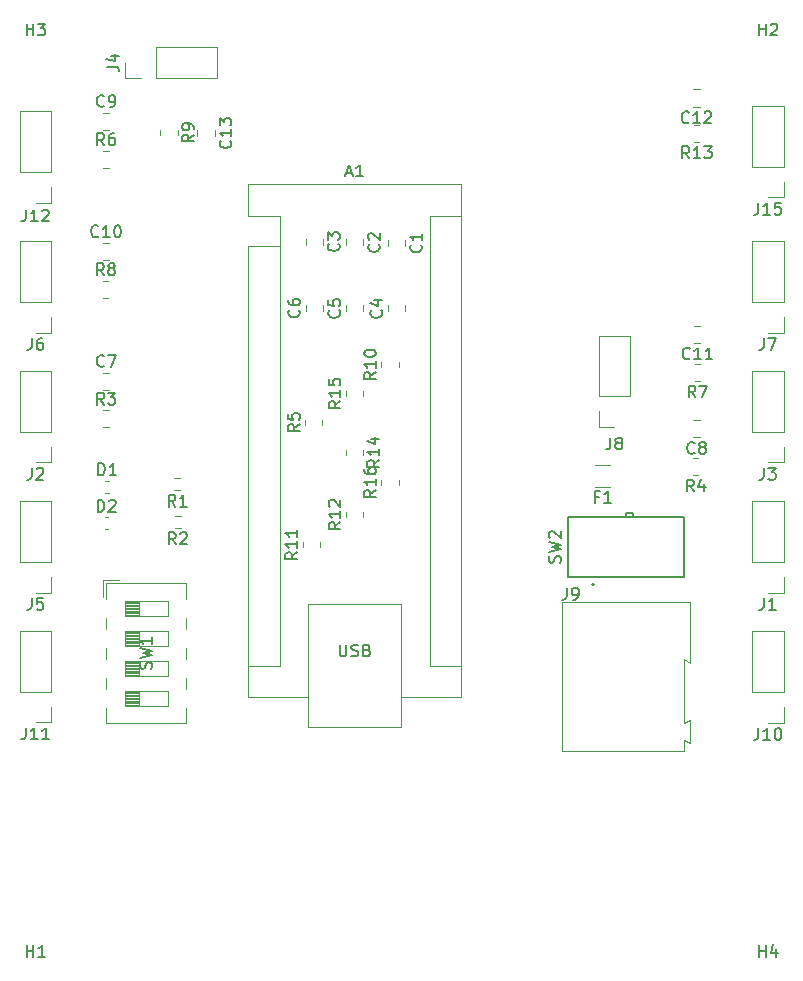
<source format=gbr>
%TF.GenerationSoftware,KiCad,Pcbnew,8.0.4*%
%TF.CreationDate,2025-01-16T20:27:33-05:00*%
%TF.ProjectId,eclipseControlPCB,65636c69-7073-4654-936f-6e74726f6c50,rev?*%
%TF.SameCoordinates,Original*%
%TF.FileFunction,Legend,Top*%
%TF.FilePolarity,Positive*%
%FSLAX46Y46*%
G04 Gerber Fmt 4.6, Leading zero omitted, Abs format (unit mm)*
G04 Created by KiCad (PCBNEW 8.0.4) date 2025-01-16 20:27:33*
%MOMM*%
%LPD*%
G01*
G04 APERTURE LIST*
%ADD10C,0.150000*%
%ADD11C,0.120000*%
%ADD12C,0.127000*%
%ADD13C,0.200000*%
G04 APERTURE END LIST*
D10*
X31810833Y-30990219D02*
X31477500Y-30514028D01*
X31239405Y-30990219D02*
X31239405Y-29990219D01*
X31239405Y-29990219D02*
X31620357Y-29990219D01*
X31620357Y-29990219D02*
X31715595Y-30037838D01*
X31715595Y-30037838D02*
X31763214Y-30085457D01*
X31763214Y-30085457D02*
X31810833Y-30180695D01*
X31810833Y-30180695D02*
X31810833Y-30323552D01*
X31810833Y-30323552D02*
X31763214Y-30418790D01*
X31763214Y-30418790D02*
X31715595Y-30466409D01*
X31715595Y-30466409D02*
X31620357Y-30514028D01*
X31620357Y-30514028D02*
X31239405Y-30514028D01*
X32667976Y-29990219D02*
X32477500Y-29990219D01*
X32477500Y-29990219D02*
X32382262Y-30037838D01*
X32382262Y-30037838D02*
X32334643Y-30085457D01*
X32334643Y-30085457D02*
X32239405Y-30228314D01*
X32239405Y-30228314D02*
X32191786Y-30418790D01*
X32191786Y-30418790D02*
X32191786Y-30799742D01*
X32191786Y-30799742D02*
X32239405Y-30894980D01*
X32239405Y-30894980D02*
X32287024Y-30942600D01*
X32287024Y-30942600D02*
X32382262Y-30990219D01*
X32382262Y-30990219D02*
X32572738Y-30990219D01*
X32572738Y-30990219D02*
X32667976Y-30942600D01*
X32667976Y-30942600D02*
X32715595Y-30894980D01*
X32715595Y-30894980D02*
X32763214Y-30799742D01*
X32763214Y-30799742D02*
X32763214Y-30561647D01*
X32763214Y-30561647D02*
X32715595Y-30466409D01*
X32715595Y-30466409D02*
X32667976Y-30418790D01*
X32667976Y-30418790D02*
X32572738Y-30371171D01*
X32572738Y-30371171D02*
X32382262Y-30371171D01*
X32382262Y-30371171D02*
X32287024Y-30418790D01*
X32287024Y-30418790D02*
X32239405Y-30466409D01*
X32239405Y-30466409D02*
X32191786Y-30561647D01*
X25190476Y-36454819D02*
X25190476Y-37169104D01*
X25190476Y-37169104D02*
X25142857Y-37311961D01*
X25142857Y-37311961D02*
X25047619Y-37407200D01*
X25047619Y-37407200D02*
X24904762Y-37454819D01*
X24904762Y-37454819D02*
X24809524Y-37454819D01*
X26190476Y-37454819D02*
X25619048Y-37454819D01*
X25904762Y-37454819D02*
X25904762Y-36454819D01*
X25904762Y-36454819D02*
X25809524Y-36597676D01*
X25809524Y-36597676D02*
X25714286Y-36692914D01*
X25714286Y-36692914D02*
X25619048Y-36740533D01*
X26571429Y-36550057D02*
X26619048Y-36502438D01*
X26619048Y-36502438D02*
X26714286Y-36454819D01*
X26714286Y-36454819D02*
X26952381Y-36454819D01*
X26952381Y-36454819D02*
X27047619Y-36502438D01*
X27047619Y-36502438D02*
X27095238Y-36550057D01*
X27095238Y-36550057D02*
X27142857Y-36645295D01*
X27142857Y-36645295D02*
X27142857Y-36740533D01*
X27142857Y-36740533D02*
X27095238Y-36883390D01*
X27095238Y-36883390D02*
X26523810Y-37454819D01*
X26523810Y-37454819D02*
X27142857Y-37454819D01*
X87666666Y-58309819D02*
X87666666Y-59024104D01*
X87666666Y-59024104D02*
X87619047Y-59166961D01*
X87619047Y-59166961D02*
X87523809Y-59262200D01*
X87523809Y-59262200D02*
X87380952Y-59309819D01*
X87380952Y-59309819D02*
X87285714Y-59309819D01*
X88047619Y-58309819D02*
X88666666Y-58309819D01*
X88666666Y-58309819D02*
X88333333Y-58690771D01*
X88333333Y-58690771D02*
X88476190Y-58690771D01*
X88476190Y-58690771D02*
X88571428Y-58738390D01*
X88571428Y-58738390D02*
X88619047Y-58786009D01*
X88619047Y-58786009D02*
X88666666Y-58881247D01*
X88666666Y-58881247D02*
X88666666Y-59119342D01*
X88666666Y-59119342D02*
X88619047Y-59214580D01*
X88619047Y-59214580D02*
X88571428Y-59262200D01*
X88571428Y-59262200D02*
X88476190Y-59309819D01*
X88476190Y-59309819D02*
X88190476Y-59309819D01*
X88190476Y-59309819D02*
X88095238Y-59262200D01*
X88095238Y-59262200D02*
X88047619Y-59214580D01*
X31312705Y-58926019D02*
X31312705Y-57926019D01*
X31312705Y-57926019D02*
X31550800Y-57926019D01*
X31550800Y-57926019D02*
X31693657Y-57973638D01*
X31693657Y-57973638D02*
X31788895Y-58068876D01*
X31788895Y-58068876D02*
X31836514Y-58164114D01*
X31836514Y-58164114D02*
X31884133Y-58354590D01*
X31884133Y-58354590D02*
X31884133Y-58497447D01*
X31884133Y-58497447D02*
X31836514Y-58687923D01*
X31836514Y-58687923D02*
X31788895Y-58783161D01*
X31788895Y-58783161D02*
X31693657Y-58878400D01*
X31693657Y-58878400D02*
X31550800Y-58926019D01*
X31550800Y-58926019D02*
X31312705Y-58926019D01*
X32836514Y-58926019D02*
X32265086Y-58926019D01*
X32550800Y-58926019D02*
X32550800Y-57926019D01*
X32550800Y-57926019D02*
X32455562Y-58068876D01*
X32455562Y-58068876D02*
X32360324Y-58164114D01*
X32360324Y-58164114D02*
X32265086Y-58211733D01*
X51814819Y-52664457D02*
X51338628Y-52997790D01*
X51814819Y-53235885D02*
X50814819Y-53235885D01*
X50814819Y-53235885D02*
X50814819Y-52854933D01*
X50814819Y-52854933D02*
X50862438Y-52759695D01*
X50862438Y-52759695D02*
X50910057Y-52712076D01*
X50910057Y-52712076D02*
X51005295Y-52664457D01*
X51005295Y-52664457D02*
X51148152Y-52664457D01*
X51148152Y-52664457D02*
X51243390Y-52712076D01*
X51243390Y-52712076D02*
X51291009Y-52759695D01*
X51291009Y-52759695D02*
X51338628Y-52854933D01*
X51338628Y-52854933D02*
X51338628Y-53235885D01*
X51814819Y-51712076D02*
X51814819Y-52283504D01*
X51814819Y-51997790D02*
X50814819Y-51997790D01*
X50814819Y-51997790D02*
X50957676Y-52093028D01*
X50957676Y-52093028D02*
X51052914Y-52188266D01*
X51052914Y-52188266D02*
X51100533Y-52283504D01*
X50814819Y-50807314D02*
X50814819Y-51283504D01*
X50814819Y-51283504D02*
X51291009Y-51331123D01*
X51291009Y-51331123D02*
X51243390Y-51283504D01*
X51243390Y-51283504D02*
X51195771Y-51188266D01*
X51195771Y-51188266D02*
X51195771Y-50950171D01*
X51195771Y-50950171D02*
X51243390Y-50854933D01*
X51243390Y-50854933D02*
X51291009Y-50807314D01*
X51291009Y-50807314D02*
X51386247Y-50759695D01*
X51386247Y-50759695D02*
X51624342Y-50759695D01*
X51624342Y-50759695D02*
X51719580Y-50807314D01*
X51719580Y-50807314D02*
X51767200Y-50854933D01*
X51767200Y-50854933D02*
X51814819Y-50950171D01*
X51814819Y-50950171D02*
X51814819Y-51188266D01*
X51814819Y-51188266D02*
X51767200Y-51283504D01*
X51767200Y-51283504D02*
X51719580Y-51331123D01*
X74666666Y-55749819D02*
X74666666Y-56464104D01*
X74666666Y-56464104D02*
X74619047Y-56606961D01*
X74619047Y-56606961D02*
X74523809Y-56702200D01*
X74523809Y-56702200D02*
X74380952Y-56749819D01*
X74380952Y-56749819D02*
X74285714Y-56749819D01*
X75285714Y-56178390D02*
X75190476Y-56130771D01*
X75190476Y-56130771D02*
X75142857Y-56083152D01*
X75142857Y-56083152D02*
X75095238Y-55987914D01*
X75095238Y-55987914D02*
X75095238Y-55940295D01*
X75095238Y-55940295D02*
X75142857Y-55845057D01*
X75142857Y-55845057D02*
X75190476Y-55797438D01*
X75190476Y-55797438D02*
X75285714Y-55749819D01*
X75285714Y-55749819D02*
X75476190Y-55749819D01*
X75476190Y-55749819D02*
X75571428Y-55797438D01*
X75571428Y-55797438D02*
X75619047Y-55845057D01*
X75619047Y-55845057D02*
X75666666Y-55940295D01*
X75666666Y-55940295D02*
X75666666Y-55987914D01*
X75666666Y-55987914D02*
X75619047Y-56083152D01*
X75619047Y-56083152D02*
X75571428Y-56130771D01*
X75571428Y-56130771D02*
X75476190Y-56178390D01*
X75476190Y-56178390D02*
X75285714Y-56178390D01*
X75285714Y-56178390D02*
X75190476Y-56226009D01*
X75190476Y-56226009D02*
X75142857Y-56273628D01*
X75142857Y-56273628D02*
X75095238Y-56368866D01*
X75095238Y-56368866D02*
X75095238Y-56559342D01*
X75095238Y-56559342D02*
X75142857Y-56654580D01*
X75142857Y-56654580D02*
X75190476Y-56702200D01*
X75190476Y-56702200D02*
X75285714Y-56749819D01*
X75285714Y-56749819D02*
X75476190Y-56749819D01*
X75476190Y-56749819D02*
X75571428Y-56702200D01*
X75571428Y-56702200D02*
X75619047Y-56654580D01*
X75619047Y-56654580D02*
X75666666Y-56559342D01*
X75666666Y-56559342D02*
X75666666Y-56368866D01*
X75666666Y-56368866D02*
X75619047Y-56273628D01*
X75619047Y-56273628D02*
X75571428Y-56226009D01*
X75571428Y-56226009D02*
X75476190Y-56178390D01*
X55245580Y-44974666D02*
X55293200Y-45022285D01*
X55293200Y-45022285D02*
X55340819Y-45165142D01*
X55340819Y-45165142D02*
X55340819Y-45260380D01*
X55340819Y-45260380D02*
X55293200Y-45403237D01*
X55293200Y-45403237D02*
X55197961Y-45498475D01*
X55197961Y-45498475D02*
X55102723Y-45546094D01*
X55102723Y-45546094D02*
X54912247Y-45593713D01*
X54912247Y-45593713D02*
X54769390Y-45593713D01*
X54769390Y-45593713D02*
X54578914Y-45546094D01*
X54578914Y-45546094D02*
X54483676Y-45498475D01*
X54483676Y-45498475D02*
X54388438Y-45403237D01*
X54388438Y-45403237D02*
X54340819Y-45260380D01*
X54340819Y-45260380D02*
X54340819Y-45165142D01*
X54340819Y-45165142D02*
X54388438Y-45022285D01*
X54388438Y-45022285D02*
X54436057Y-44974666D01*
X54674152Y-44117523D02*
X55340819Y-44117523D01*
X54293200Y-44355618D02*
X55007485Y-44593713D01*
X55007485Y-44593713D02*
X55007485Y-43974666D01*
X55104819Y-57642857D02*
X54628628Y-57976190D01*
X55104819Y-58214285D02*
X54104819Y-58214285D01*
X54104819Y-58214285D02*
X54104819Y-57833333D01*
X54104819Y-57833333D02*
X54152438Y-57738095D01*
X54152438Y-57738095D02*
X54200057Y-57690476D01*
X54200057Y-57690476D02*
X54295295Y-57642857D01*
X54295295Y-57642857D02*
X54438152Y-57642857D01*
X54438152Y-57642857D02*
X54533390Y-57690476D01*
X54533390Y-57690476D02*
X54581009Y-57738095D01*
X54581009Y-57738095D02*
X54628628Y-57833333D01*
X54628628Y-57833333D02*
X54628628Y-58214285D01*
X55104819Y-56690476D02*
X55104819Y-57261904D01*
X55104819Y-56976190D02*
X54104819Y-56976190D01*
X54104819Y-56976190D02*
X54247676Y-57071428D01*
X54247676Y-57071428D02*
X54342914Y-57166666D01*
X54342914Y-57166666D02*
X54390533Y-57261904D01*
X54438152Y-55833333D02*
X55104819Y-55833333D01*
X54057200Y-56071428D02*
X54771485Y-56309523D01*
X54771485Y-56309523D02*
X54771485Y-55690476D01*
X25666666Y-58309819D02*
X25666666Y-59024104D01*
X25666666Y-59024104D02*
X25619047Y-59166961D01*
X25619047Y-59166961D02*
X25523809Y-59262200D01*
X25523809Y-59262200D02*
X25380952Y-59309819D01*
X25380952Y-59309819D02*
X25285714Y-59309819D01*
X26095238Y-58405057D02*
X26142857Y-58357438D01*
X26142857Y-58357438D02*
X26238095Y-58309819D01*
X26238095Y-58309819D02*
X26476190Y-58309819D01*
X26476190Y-58309819D02*
X26571428Y-58357438D01*
X26571428Y-58357438D02*
X26619047Y-58405057D01*
X26619047Y-58405057D02*
X26666666Y-58500295D01*
X26666666Y-58500295D02*
X26666666Y-58595533D01*
X26666666Y-58595533D02*
X26619047Y-58738390D01*
X26619047Y-58738390D02*
X26047619Y-59309819D01*
X26047619Y-59309819D02*
X26666666Y-59309819D01*
X87190476Y-80339819D02*
X87190476Y-81054104D01*
X87190476Y-81054104D02*
X87142857Y-81196961D01*
X87142857Y-81196961D02*
X87047619Y-81292200D01*
X87047619Y-81292200D02*
X86904762Y-81339819D01*
X86904762Y-81339819D02*
X86809524Y-81339819D01*
X88190476Y-81339819D02*
X87619048Y-81339819D01*
X87904762Y-81339819D02*
X87904762Y-80339819D01*
X87904762Y-80339819D02*
X87809524Y-80482676D01*
X87809524Y-80482676D02*
X87714286Y-80577914D01*
X87714286Y-80577914D02*
X87619048Y-80625533D01*
X88809524Y-80339819D02*
X88904762Y-80339819D01*
X88904762Y-80339819D02*
X89000000Y-80387438D01*
X89000000Y-80387438D02*
X89047619Y-80435057D01*
X89047619Y-80435057D02*
X89095238Y-80530295D01*
X89095238Y-80530295D02*
X89142857Y-80720771D01*
X89142857Y-80720771D02*
X89142857Y-80958866D01*
X89142857Y-80958866D02*
X89095238Y-81149342D01*
X89095238Y-81149342D02*
X89047619Y-81244580D01*
X89047619Y-81244580D02*
X89000000Y-81292200D01*
X89000000Y-81292200D02*
X88904762Y-81339819D01*
X88904762Y-81339819D02*
X88809524Y-81339819D01*
X88809524Y-81339819D02*
X88714286Y-81292200D01*
X88714286Y-81292200D02*
X88666667Y-81244580D01*
X88666667Y-81244580D02*
X88619048Y-81149342D01*
X88619048Y-81149342D02*
X88571429Y-80958866D01*
X88571429Y-80958866D02*
X88571429Y-80720771D01*
X88571429Y-80720771D02*
X88619048Y-80530295D01*
X88619048Y-80530295D02*
X88666667Y-80435057D01*
X88666667Y-80435057D02*
X88714286Y-80387438D01*
X88714286Y-80387438D02*
X88809524Y-80339819D01*
X31795833Y-27664580D02*
X31748214Y-27712200D01*
X31748214Y-27712200D02*
X31605357Y-27759819D01*
X31605357Y-27759819D02*
X31510119Y-27759819D01*
X31510119Y-27759819D02*
X31367262Y-27712200D01*
X31367262Y-27712200D02*
X31272024Y-27616961D01*
X31272024Y-27616961D02*
X31224405Y-27521723D01*
X31224405Y-27521723D02*
X31176786Y-27331247D01*
X31176786Y-27331247D02*
X31176786Y-27188390D01*
X31176786Y-27188390D02*
X31224405Y-26997914D01*
X31224405Y-26997914D02*
X31272024Y-26902676D01*
X31272024Y-26902676D02*
X31367262Y-26807438D01*
X31367262Y-26807438D02*
X31510119Y-26759819D01*
X31510119Y-26759819D02*
X31605357Y-26759819D01*
X31605357Y-26759819D02*
X31748214Y-26807438D01*
X31748214Y-26807438D02*
X31795833Y-26855057D01*
X32272024Y-27759819D02*
X32462500Y-27759819D01*
X32462500Y-27759819D02*
X32557738Y-27712200D01*
X32557738Y-27712200D02*
X32605357Y-27664580D01*
X32605357Y-27664580D02*
X32700595Y-27521723D01*
X32700595Y-27521723D02*
X32748214Y-27331247D01*
X32748214Y-27331247D02*
X32748214Y-26950295D01*
X32748214Y-26950295D02*
X32700595Y-26855057D01*
X32700595Y-26855057D02*
X32652976Y-26807438D01*
X32652976Y-26807438D02*
X32557738Y-26759819D01*
X32557738Y-26759819D02*
X32367262Y-26759819D01*
X32367262Y-26759819D02*
X32272024Y-26807438D01*
X32272024Y-26807438D02*
X32224405Y-26855057D01*
X32224405Y-26855057D02*
X32176786Y-26950295D01*
X32176786Y-26950295D02*
X32176786Y-27188390D01*
X32176786Y-27188390D02*
X32224405Y-27283628D01*
X32224405Y-27283628D02*
X32272024Y-27331247D01*
X32272024Y-27331247D02*
X32367262Y-27378866D01*
X32367262Y-27378866D02*
X32557738Y-27378866D01*
X32557738Y-27378866D02*
X32652976Y-27331247D01*
X32652976Y-27331247D02*
X32700595Y-27283628D01*
X32700595Y-27283628D02*
X32748214Y-27188390D01*
X31776033Y-42005219D02*
X31442700Y-41529028D01*
X31204605Y-42005219D02*
X31204605Y-41005219D01*
X31204605Y-41005219D02*
X31585557Y-41005219D01*
X31585557Y-41005219D02*
X31680795Y-41052838D01*
X31680795Y-41052838D02*
X31728414Y-41100457D01*
X31728414Y-41100457D02*
X31776033Y-41195695D01*
X31776033Y-41195695D02*
X31776033Y-41338552D01*
X31776033Y-41338552D02*
X31728414Y-41433790D01*
X31728414Y-41433790D02*
X31680795Y-41481409D01*
X31680795Y-41481409D02*
X31585557Y-41529028D01*
X31585557Y-41529028D02*
X31204605Y-41529028D01*
X32347462Y-41433790D02*
X32252224Y-41386171D01*
X32252224Y-41386171D02*
X32204605Y-41338552D01*
X32204605Y-41338552D02*
X32156986Y-41243314D01*
X32156986Y-41243314D02*
X32156986Y-41195695D01*
X32156986Y-41195695D02*
X32204605Y-41100457D01*
X32204605Y-41100457D02*
X32252224Y-41052838D01*
X32252224Y-41052838D02*
X32347462Y-41005219D01*
X32347462Y-41005219D02*
X32537938Y-41005219D01*
X32537938Y-41005219D02*
X32633176Y-41052838D01*
X32633176Y-41052838D02*
X32680795Y-41100457D01*
X32680795Y-41100457D02*
X32728414Y-41195695D01*
X32728414Y-41195695D02*
X32728414Y-41243314D01*
X32728414Y-41243314D02*
X32680795Y-41338552D01*
X32680795Y-41338552D02*
X32633176Y-41386171D01*
X32633176Y-41386171D02*
X32537938Y-41433790D01*
X32537938Y-41433790D02*
X32347462Y-41433790D01*
X32347462Y-41433790D02*
X32252224Y-41481409D01*
X32252224Y-41481409D02*
X32204605Y-41529028D01*
X32204605Y-41529028D02*
X32156986Y-41624266D01*
X32156986Y-41624266D02*
X32156986Y-41814742D01*
X32156986Y-41814742D02*
X32204605Y-41909980D01*
X32204605Y-41909980D02*
X32252224Y-41957600D01*
X32252224Y-41957600D02*
X32347462Y-42005219D01*
X32347462Y-42005219D02*
X32537938Y-42005219D01*
X32537938Y-42005219D02*
X32633176Y-41957600D01*
X32633176Y-41957600D02*
X32680795Y-41909980D01*
X32680795Y-41909980D02*
X32728414Y-41814742D01*
X32728414Y-41814742D02*
X32728414Y-41624266D01*
X32728414Y-41624266D02*
X32680795Y-41529028D01*
X32680795Y-41529028D02*
X32633176Y-41481409D01*
X32633176Y-41481409D02*
X32537938Y-41433790D01*
X25666666Y-47324819D02*
X25666666Y-48039104D01*
X25666666Y-48039104D02*
X25619047Y-48181961D01*
X25619047Y-48181961D02*
X25523809Y-48277200D01*
X25523809Y-48277200D02*
X25380952Y-48324819D01*
X25380952Y-48324819D02*
X25285714Y-48324819D01*
X26571428Y-47324819D02*
X26380952Y-47324819D01*
X26380952Y-47324819D02*
X26285714Y-47372438D01*
X26285714Y-47372438D02*
X26238095Y-47420057D01*
X26238095Y-47420057D02*
X26142857Y-47562914D01*
X26142857Y-47562914D02*
X26095238Y-47753390D01*
X26095238Y-47753390D02*
X26095238Y-48134342D01*
X26095238Y-48134342D02*
X26142857Y-48229580D01*
X26142857Y-48229580D02*
X26190476Y-48277200D01*
X26190476Y-48277200D02*
X26285714Y-48324819D01*
X26285714Y-48324819D02*
X26476190Y-48324819D01*
X26476190Y-48324819D02*
X26571428Y-48277200D01*
X26571428Y-48277200D02*
X26619047Y-48229580D01*
X26619047Y-48229580D02*
X26666666Y-48134342D01*
X26666666Y-48134342D02*
X26666666Y-47896247D01*
X26666666Y-47896247D02*
X26619047Y-47801009D01*
X26619047Y-47801009D02*
X26571428Y-47753390D01*
X26571428Y-47753390D02*
X26476190Y-47705771D01*
X26476190Y-47705771D02*
X26285714Y-47705771D01*
X26285714Y-47705771D02*
X26190476Y-47753390D01*
X26190476Y-47753390D02*
X26142857Y-47801009D01*
X26142857Y-47801009D02*
X26095238Y-47896247D01*
X73666666Y-60751009D02*
X73333333Y-60751009D01*
X73333333Y-61274819D02*
X73333333Y-60274819D01*
X73333333Y-60274819D02*
X73809523Y-60274819D01*
X74714285Y-61274819D02*
X74142857Y-61274819D01*
X74428571Y-61274819D02*
X74428571Y-60274819D01*
X74428571Y-60274819D02*
X74333333Y-60417676D01*
X74333333Y-60417676D02*
X74238095Y-60512914D01*
X74238095Y-60512914D02*
X74142857Y-60560533D01*
X51645980Y-39335866D02*
X51693600Y-39383485D01*
X51693600Y-39383485D02*
X51741219Y-39526342D01*
X51741219Y-39526342D02*
X51741219Y-39621580D01*
X51741219Y-39621580D02*
X51693600Y-39764437D01*
X51693600Y-39764437D02*
X51598361Y-39859675D01*
X51598361Y-39859675D02*
X51503123Y-39907294D01*
X51503123Y-39907294D02*
X51312647Y-39954913D01*
X51312647Y-39954913D02*
X51169790Y-39954913D01*
X51169790Y-39954913D02*
X50979314Y-39907294D01*
X50979314Y-39907294D02*
X50884076Y-39859675D01*
X50884076Y-39859675D02*
X50788838Y-39764437D01*
X50788838Y-39764437D02*
X50741219Y-39621580D01*
X50741219Y-39621580D02*
X50741219Y-39526342D01*
X50741219Y-39526342D02*
X50788838Y-39383485D01*
X50788838Y-39383485D02*
X50836457Y-39335866D01*
X50741219Y-39002532D02*
X50741219Y-38383485D01*
X50741219Y-38383485D02*
X51122171Y-38716818D01*
X51122171Y-38716818D02*
X51122171Y-38573961D01*
X51122171Y-38573961D02*
X51169790Y-38478723D01*
X51169790Y-38478723D02*
X51217409Y-38431104D01*
X51217409Y-38431104D02*
X51312647Y-38383485D01*
X51312647Y-38383485D02*
X51550742Y-38383485D01*
X51550742Y-38383485D02*
X51645980Y-38431104D01*
X51645980Y-38431104D02*
X51693600Y-38478723D01*
X51693600Y-38478723D02*
X51741219Y-38573961D01*
X51741219Y-38573961D02*
X51741219Y-38859675D01*
X51741219Y-38859675D02*
X51693600Y-38954913D01*
X51693600Y-38954913D02*
X51645980Y-39002532D01*
X39400219Y-30109366D02*
X38924028Y-30442699D01*
X39400219Y-30680794D02*
X38400219Y-30680794D01*
X38400219Y-30680794D02*
X38400219Y-30299842D01*
X38400219Y-30299842D02*
X38447838Y-30204604D01*
X38447838Y-30204604D02*
X38495457Y-30156985D01*
X38495457Y-30156985D02*
X38590695Y-30109366D01*
X38590695Y-30109366D02*
X38733552Y-30109366D01*
X38733552Y-30109366D02*
X38828790Y-30156985D01*
X38828790Y-30156985D02*
X38876409Y-30204604D01*
X38876409Y-30204604D02*
X38924028Y-30299842D01*
X38924028Y-30299842D02*
X38924028Y-30680794D01*
X39400219Y-29633175D02*
X39400219Y-29442699D01*
X39400219Y-29442699D02*
X39352600Y-29347461D01*
X39352600Y-29347461D02*
X39304980Y-29299842D01*
X39304980Y-29299842D02*
X39162123Y-29204604D01*
X39162123Y-29204604D02*
X38971647Y-29156985D01*
X38971647Y-29156985D02*
X38590695Y-29156985D01*
X38590695Y-29156985D02*
X38495457Y-29204604D01*
X38495457Y-29204604D02*
X38447838Y-29252223D01*
X38447838Y-29252223D02*
X38400219Y-29347461D01*
X38400219Y-29347461D02*
X38400219Y-29537937D01*
X38400219Y-29537937D02*
X38447838Y-29633175D01*
X38447838Y-29633175D02*
X38495457Y-29680794D01*
X38495457Y-29680794D02*
X38590695Y-29728413D01*
X38590695Y-29728413D02*
X38828790Y-29728413D01*
X38828790Y-29728413D02*
X38924028Y-29680794D01*
X38924028Y-29680794D02*
X38971647Y-29633175D01*
X38971647Y-29633175D02*
X39019266Y-29537937D01*
X39019266Y-29537937D02*
X39019266Y-29347461D01*
X39019266Y-29347461D02*
X38971647Y-29252223D01*
X38971647Y-29252223D02*
X38924028Y-29204604D01*
X38924028Y-29204604D02*
X38828790Y-29156985D01*
X81333942Y-32104819D02*
X81000609Y-31628628D01*
X80762514Y-32104819D02*
X80762514Y-31104819D01*
X80762514Y-31104819D02*
X81143466Y-31104819D01*
X81143466Y-31104819D02*
X81238704Y-31152438D01*
X81238704Y-31152438D02*
X81286323Y-31200057D01*
X81286323Y-31200057D02*
X81333942Y-31295295D01*
X81333942Y-31295295D02*
X81333942Y-31438152D01*
X81333942Y-31438152D02*
X81286323Y-31533390D01*
X81286323Y-31533390D02*
X81238704Y-31581009D01*
X81238704Y-31581009D02*
X81143466Y-31628628D01*
X81143466Y-31628628D02*
X80762514Y-31628628D01*
X82286323Y-32104819D02*
X81714895Y-32104819D01*
X82000609Y-32104819D02*
X82000609Y-31104819D01*
X82000609Y-31104819D02*
X81905371Y-31247676D01*
X81905371Y-31247676D02*
X81810133Y-31342914D01*
X81810133Y-31342914D02*
X81714895Y-31390533D01*
X82619657Y-31104819D02*
X83238704Y-31104819D01*
X83238704Y-31104819D02*
X82905371Y-31485771D01*
X82905371Y-31485771D02*
X83048228Y-31485771D01*
X83048228Y-31485771D02*
X83143466Y-31533390D01*
X83143466Y-31533390D02*
X83191085Y-31581009D01*
X83191085Y-31581009D02*
X83238704Y-31676247D01*
X83238704Y-31676247D02*
X83238704Y-31914342D01*
X83238704Y-31914342D02*
X83191085Y-32009580D01*
X83191085Y-32009580D02*
X83143466Y-32057200D01*
X83143466Y-32057200D02*
X83048228Y-32104819D01*
X83048228Y-32104819D02*
X82762514Y-32104819D01*
X82762514Y-32104819D02*
X82667276Y-32057200D01*
X82667276Y-32057200D02*
X82619657Y-32009580D01*
X81731733Y-60305219D02*
X81398400Y-59829028D01*
X81160305Y-60305219D02*
X81160305Y-59305219D01*
X81160305Y-59305219D02*
X81541257Y-59305219D01*
X81541257Y-59305219D02*
X81636495Y-59352838D01*
X81636495Y-59352838D02*
X81684114Y-59400457D01*
X81684114Y-59400457D02*
X81731733Y-59495695D01*
X81731733Y-59495695D02*
X81731733Y-59638552D01*
X81731733Y-59638552D02*
X81684114Y-59733790D01*
X81684114Y-59733790D02*
X81636495Y-59781409D01*
X81636495Y-59781409D02*
X81541257Y-59829028D01*
X81541257Y-59829028D02*
X81160305Y-59829028D01*
X82588876Y-59638552D02*
X82588876Y-60305219D01*
X82350781Y-59257600D02*
X82112686Y-59971885D01*
X82112686Y-59971885D02*
X82731733Y-59971885D01*
X87190476Y-35864819D02*
X87190476Y-36579104D01*
X87190476Y-36579104D02*
X87142857Y-36721961D01*
X87142857Y-36721961D02*
X87047619Y-36817200D01*
X87047619Y-36817200D02*
X86904762Y-36864819D01*
X86904762Y-36864819D02*
X86809524Y-36864819D01*
X88190476Y-36864819D02*
X87619048Y-36864819D01*
X87904762Y-36864819D02*
X87904762Y-35864819D01*
X87904762Y-35864819D02*
X87809524Y-36007676D01*
X87809524Y-36007676D02*
X87714286Y-36102914D01*
X87714286Y-36102914D02*
X87619048Y-36150533D01*
X89095238Y-35864819D02*
X88619048Y-35864819D01*
X88619048Y-35864819D02*
X88571429Y-36341009D01*
X88571429Y-36341009D02*
X88619048Y-36293390D01*
X88619048Y-36293390D02*
X88714286Y-36245771D01*
X88714286Y-36245771D02*
X88952381Y-36245771D01*
X88952381Y-36245771D02*
X89047619Y-36293390D01*
X89047619Y-36293390D02*
X89095238Y-36341009D01*
X89095238Y-36341009D02*
X89142857Y-36436247D01*
X89142857Y-36436247D02*
X89142857Y-36674342D01*
X89142857Y-36674342D02*
X89095238Y-36769580D01*
X89095238Y-36769580D02*
X89047619Y-36817200D01*
X89047619Y-36817200D02*
X88952381Y-36864819D01*
X88952381Y-36864819D02*
X88714286Y-36864819D01*
X88714286Y-36864819D02*
X88619048Y-36817200D01*
X88619048Y-36817200D02*
X88571429Y-36769580D01*
X48360419Y-54626666D02*
X47884228Y-54959999D01*
X48360419Y-55198094D02*
X47360419Y-55198094D01*
X47360419Y-55198094D02*
X47360419Y-54817142D01*
X47360419Y-54817142D02*
X47408038Y-54721904D01*
X47408038Y-54721904D02*
X47455657Y-54674285D01*
X47455657Y-54674285D02*
X47550895Y-54626666D01*
X47550895Y-54626666D02*
X47693752Y-54626666D01*
X47693752Y-54626666D02*
X47788990Y-54674285D01*
X47788990Y-54674285D02*
X47836609Y-54721904D01*
X47836609Y-54721904D02*
X47884228Y-54817142D01*
X47884228Y-54817142D02*
X47884228Y-55198094D01*
X47360419Y-53721904D02*
X47360419Y-54198094D01*
X47360419Y-54198094D02*
X47836609Y-54245713D01*
X47836609Y-54245713D02*
X47788990Y-54198094D01*
X47788990Y-54198094D02*
X47741371Y-54102856D01*
X47741371Y-54102856D02*
X47741371Y-53864761D01*
X47741371Y-53864761D02*
X47788990Y-53769523D01*
X47788990Y-53769523D02*
X47836609Y-53721904D01*
X47836609Y-53721904D02*
X47931847Y-53674285D01*
X47931847Y-53674285D02*
X48169942Y-53674285D01*
X48169942Y-53674285D02*
X48265180Y-53721904D01*
X48265180Y-53721904D02*
X48312800Y-53769523D01*
X48312800Y-53769523D02*
X48360419Y-53864761D01*
X48360419Y-53864761D02*
X48360419Y-54102856D01*
X48360419Y-54102856D02*
X48312800Y-54198094D01*
X48312800Y-54198094D02*
X48265180Y-54245713D01*
X25666666Y-69324819D02*
X25666666Y-70039104D01*
X25666666Y-70039104D02*
X25619047Y-70181961D01*
X25619047Y-70181961D02*
X25523809Y-70277200D01*
X25523809Y-70277200D02*
X25380952Y-70324819D01*
X25380952Y-70324819D02*
X25285714Y-70324819D01*
X26619047Y-69324819D02*
X26142857Y-69324819D01*
X26142857Y-69324819D02*
X26095238Y-69801009D01*
X26095238Y-69801009D02*
X26142857Y-69753390D01*
X26142857Y-69753390D02*
X26238095Y-69705771D01*
X26238095Y-69705771D02*
X26476190Y-69705771D01*
X26476190Y-69705771D02*
X26571428Y-69753390D01*
X26571428Y-69753390D02*
X26619047Y-69801009D01*
X26619047Y-69801009D02*
X26666666Y-69896247D01*
X26666666Y-69896247D02*
X26666666Y-70134342D01*
X26666666Y-70134342D02*
X26619047Y-70229580D01*
X26619047Y-70229580D02*
X26571428Y-70277200D01*
X26571428Y-70277200D02*
X26476190Y-70324819D01*
X26476190Y-70324819D02*
X26238095Y-70324819D01*
X26238095Y-70324819D02*
X26142857Y-70277200D01*
X26142857Y-70277200D02*
X26095238Y-70229580D01*
X25238095Y-99704819D02*
X25238095Y-98704819D01*
X25238095Y-99181009D02*
X25809523Y-99181009D01*
X25809523Y-99704819D02*
X25809523Y-98704819D01*
X26809523Y-99704819D02*
X26238095Y-99704819D01*
X26523809Y-99704819D02*
X26523809Y-98704819D01*
X26523809Y-98704819D02*
X26428571Y-98847676D01*
X26428571Y-98847676D02*
X26333333Y-98942914D01*
X26333333Y-98942914D02*
X26238095Y-98990533D01*
X51689580Y-44974666D02*
X51737200Y-45022285D01*
X51737200Y-45022285D02*
X51784819Y-45165142D01*
X51784819Y-45165142D02*
X51784819Y-45260380D01*
X51784819Y-45260380D02*
X51737200Y-45403237D01*
X51737200Y-45403237D02*
X51641961Y-45498475D01*
X51641961Y-45498475D02*
X51546723Y-45546094D01*
X51546723Y-45546094D02*
X51356247Y-45593713D01*
X51356247Y-45593713D02*
X51213390Y-45593713D01*
X51213390Y-45593713D02*
X51022914Y-45546094D01*
X51022914Y-45546094D02*
X50927676Y-45498475D01*
X50927676Y-45498475D02*
X50832438Y-45403237D01*
X50832438Y-45403237D02*
X50784819Y-45260380D01*
X50784819Y-45260380D02*
X50784819Y-45165142D01*
X50784819Y-45165142D02*
X50832438Y-45022285D01*
X50832438Y-45022285D02*
X50880057Y-44974666D01*
X50784819Y-44069904D02*
X50784819Y-44546094D01*
X50784819Y-44546094D02*
X51261009Y-44593713D01*
X51261009Y-44593713D02*
X51213390Y-44546094D01*
X51213390Y-44546094D02*
X51165771Y-44450856D01*
X51165771Y-44450856D02*
X51165771Y-44212761D01*
X51165771Y-44212761D02*
X51213390Y-44117523D01*
X51213390Y-44117523D02*
X51261009Y-44069904D01*
X51261009Y-44069904D02*
X51356247Y-44022285D01*
X51356247Y-44022285D02*
X51594342Y-44022285D01*
X51594342Y-44022285D02*
X51689580Y-44069904D01*
X51689580Y-44069904D02*
X51737200Y-44117523D01*
X51737200Y-44117523D02*
X51784819Y-44212761D01*
X51784819Y-44212761D02*
X51784819Y-44450856D01*
X51784819Y-44450856D02*
X51737200Y-44546094D01*
X51737200Y-44546094D02*
X51689580Y-44593713D01*
X54804819Y-60182857D02*
X54328628Y-60516190D01*
X54804819Y-60754285D02*
X53804819Y-60754285D01*
X53804819Y-60754285D02*
X53804819Y-60373333D01*
X53804819Y-60373333D02*
X53852438Y-60278095D01*
X53852438Y-60278095D02*
X53900057Y-60230476D01*
X53900057Y-60230476D02*
X53995295Y-60182857D01*
X53995295Y-60182857D02*
X54138152Y-60182857D01*
X54138152Y-60182857D02*
X54233390Y-60230476D01*
X54233390Y-60230476D02*
X54281009Y-60278095D01*
X54281009Y-60278095D02*
X54328628Y-60373333D01*
X54328628Y-60373333D02*
X54328628Y-60754285D01*
X54804819Y-59230476D02*
X54804819Y-59801904D01*
X54804819Y-59516190D02*
X53804819Y-59516190D01*
X53804819Y-59516190D02*
X53947676Y-59611428D01*
X53947676Y-59611428D02*
X54042914Y-59706666D01*
X54042914Y-59706666D02*
X54090533Y-59801904D01*
X53804819Y-58373333D02*
X53804819Y-58563809D01*
X53804819Y-58563809D02*
X53852438Y-58659047D01*
X53852438Y-58659047D02*
X53900057Y-58706666D01*
X53900057Y-58706666D02*
X54042914Y-58801904D01*
X54042914Y-58801904D02*
X54233390Y-58849523D01*
X54233390Y-58849523D02*
X54614342Y-58849523D01*
X54614342Y-58849523D02*
X54709580Y-58801904D01*
X54709580Y-58801904D02*
X54757200Y-58754285D01*
X54757200Y-58754285D02*
X54804819Y-58659047D01*
X54804819Y-58659047D02*
X54804819Y-58468571D01*
X54804819Y-58468571D02*
X54757200Y-58373333D01*
X54757200Y-58373333D02*
X54709580Y-58325714D01*
X54709580Y-58325714D02*
X54614342Y-58278095D01*
X54614342Y-58278095D02*
X54376247Y-58278095D01*
X54376247Y-58278095D02*
X54281009Y-58325714D01*
X54281009Y-58325714D02*
X54233390Y-58373333D01*
X54233390Y-58373333D02*
X54185771Y-58468571D01*
X54185771Y-58468571D02*
X54185771Y-58659047D01*
X54185771Y-58659047D02*
X54233390Y-58754285D01*
X54233390Y-58754285D02*
X54281009Y-58801904D01*
X54281009Y-58801904D02*
X54376247Y-58849523D01*
X35772200Y-75333332D02*
X35819819Y-75190475D01*
X35819819Y-75190475D02*
X35819819Y-74952380D01*
X35819819Y-74952380D02*
X35772200Y-74857142D01*
X35772200Y-74857142D02*
X35724580Y-74809523D01*
X35724580Y-74809523D02*
X35629342Y-74761904D01*
X35629342Y-74761904D02*
X35534104Y-74761904D01*
X35534104Y-74761904D02*
X35438866Y-74809523D01*
X35438866Y-74809523D02*
X35391247Y-74857142D01*
X35391247Y-74857142D02*
X35343628Y-74952380D01*
X35343628Y-74952380D02*
X35296009Y-75142856D01*
X35296009Y-75142856D02*
X35248390Y-75238094D01*
X35248390Y-75238094D02*
X35200771Y-75285713D01*
X35200771Y-75285713D02*
X35105533Y-75333332D01*
X35105533Y-75333332D02*
X35010295Y-75333332D01*
X35010295Y-75333332D02*
X34915057Y-75285713D01*
X34915057Y-75285713D02*
X34867438Y-75238094D01*
X34867438Y-75238094D02*
X34819819Y-75142856D01*
X34819819Y-75142856D02*
X34819819Y-74904761D01*
X34819819Y-74904761D02*
X34867438Y-74761904D01*
X34819819Y-74428570D02*
X35819819Y-74190475D01*
X35819819Y-74190475D02*
X35105533Y-73999999D01*
X35105533Y-73999999D02*
X35819819Y-73809523D01*
X35819819Y-73809523D02*
X34819819Y-73571428D01*
X35819819Y-72666666D02*
X35819819Y-73238094D01*
X35819819Y-72952380D02*
X34819819Y-72952380D01*
X34819819Y-72952380D02*
X34962676Y-73047618D01*
X34962676Y-73047618D02*
X35057914Y-73142856D01*
X35057914Y-73142856D02*
X35105533Y-73238094D01*
X48285980Y-44945366D02*
X48333600Y-44992985D01*
X48333600Y-44992985D02*
X48381219Y-45135842D01*
X48381219Y-45135842D02*
X48381219Y-45231080D01*
X48381219Y-45231080D02*
X48333600Y-45373937D01*
X48333600Y-45373937D02*
X48238361Y-45469175D01*
X48238361Y-45469175D02*
X48143123Y-45516794D01*
X48143123Y-45516794D02*
X47952647Y-45564413D01*
X47952647Y-45564413D02*
X47809790Y-45564413D01*
X47809790Y-45564413D02*
X47619314Y-45516794D01*
X47619314Y-45516794D02*
X47524076Y-45469175D01*
X47524076Y-45469175D02*
X47428838Y-45373937D01*
X47428838Y-45373937D02*
X47381219Y-45231080D01*
X47381219Y-45231080D02*
X47381219Y-45135842D01*
X47381219Y-45135842D02*
X47428838Y-44992985D01*
X47428838Y-44992985D02*
X47476457Y-44945366D01*
X47381219Y-44088223D02*
X47381219Y-44278699D01*
X47381219Y-44278699D02*
X47428838Y-44373937D01*
X47428838Y-44373937D02*
X47476457Y-44421556D01*
X47476457Y-44421556D02*
X47619314Y-44516794D01*
X47619314Y-44516794D02*
X47809790Y-44564413D01*
X47809790Y-44564413D02*
X48190742Y-44564413D01*
X48190742Y-44564413D02*
X48285980Y-44516794D01*
X48285980Y-44516794D02*
X48333600Y-44469175D01*
X48333600Y-44469175D02*
X48381219Y-44373937D01*
X48381219Y-44373937D02*
X48381219Y-44183461D01*
X48381219Y-44183461D02*
X48333600Y-44088223D01*
X48333600Y-44088223D02*
X48285980Y-44040604D01*
X48285980Y-44040604D02*
X48190742Y-43992985D01*
X48190742Y-43992985D02*
X47952647Y-43992985D01*
X47952647Y-43992985D02*
X47857409Y-44040604D01*
X47857409Y-44040604D02*
X47809790Y-44088223D01*
X47809790Y-44088223D02*
X47762171Y-44183461D01*
X47762171Y-44183461D02*
X47762171Y-44373937D01*
X47762171Y-44373937D02*
X47809790Y-44469175D01*
X47809790Y-44469175D02*
X47857409Y-44516794D01*
X47857409Y-44516794D02*
X47952647Y-44564413D01*
X81319642Y-29039580D02*
X81272023Y-29087200D01*
X81272023Y-29087200D02*
X81129166Y-29134819D01*
X81129166Y-29134819D02*
X81033928Y-29134819D01*
X81033928Y-29134819D02*
X80891071Y-29087200D01*
X80891071Y-29087200D02*
X80795833Y-28991961D01*
X80795833Y-28991961D02*
X80748214Y-28896723D01*
X80748214Y-28896723D02*
X80700595Y-28706247D01*
X80700595Y-28706247D02*
X80700595Y-28563390D01*
X80700595Y-28563390D02*
X80748214Y-28372914D01*
X80748214Y-28372914D02*
X80795833Y-28277676D01*
X80795833Y-28277676D02*
X80891071Y-28182438D01*
X80891071Y-28182438D02*
X81033928Y-28134819D01*
X81033928Y-28134819D02*
X81129166Y-28134819D01*
X81129166Y-28134819D02*
X81272023Y-28182438D01*
X81272023Y-28182438D02*
X81319642Y-28230057D01*
X82272023Y-29134819D02*
X81700595Y-29134819D01*
X81986309Y-29134819D02*
X81986309Y-28134819D01*
X81986309Y-28134819D02*
X81891071Y-28277676D01*
X81891071Y-28277676D02*
X81795833Y-28372914D01*
X81795833Y-28372914D02*
X81700595Y-28420533D01*
X82652976Y-28230057D02*
X82700595Y-28182438D01*
X82700595Y-28182438D02*
X82795833Y-28134819D01*
X82795833Y-28134819D02*
X83033928Y-28134819D01*
X83033928Y-28134819D02*
X83129166Y-28182438D01*
X83129166Y-28182438D02*
X83176785Y-28230057D01*
X83176785Y-28230057D02*
X83224404Y-28325295D01*
X83224404Y-28325295D02*
X83224404Y-28420533D01*
X83224404Y-28420533D02*
X83176785Y-28563390D01*
X83176785Y-28563390D02*
X82605357Y-29134819D01*
X82605357Y-29134819D02*
X83224404Y-29134819D01*
X25238095Y-21704819D02*
X25238095Y-20704819D01*
X25238095Y-21181009D02*
X25809523Y-21181009D01*
X25809523Y-21704819D02*
X25809523Y-20704819D01*
X26190476Y-20704819D02*
X26809523Y-20704819D01*
X26809523Y-20704819D02*
X26476190Y-21085771D01*
X26476190Y-21085771D02*
X26619047Y-21085771D01*
X26619047Y-21085771D02*
X26714285Y-21133390D01*
X26714285Y-21133390D02*
X26761904Y-21181009D01*
X26761904Y-21181009D02*
X26809523Y-21276247D01*
X26809523Y-21276247D02*
X26809523Y-21514342D01*
X26809523Y-21514342D02*
X26761904Y-21609580D01*
X26761904Y-21609580D02*
X26714285Y-21657200D01*
X26714285Y-21657200D02*
X26619047Y-21704819D01*
X26619047Y-21704819D02*
X26333333Y-21704819D01*
X26333333Y-21704819D02*
X26238095Y-21657200D01*
X26238095Y-21657200D02*
X26190476Y-21609580D01*
X54804819Y-50226057D02*
X54328628Y-50559390D01*
X54804819Y-50797485D02*
X53804819Y-50797485D01*
X53804819Y-50797485D02*
X53804819Y-50416533D01*
X53804819Y-50416533D02*
X53852438Y-50321295D01*
X53852438Y-50321295D02*
X53900057Y-50273676D01*
X53900057Y-50273676D02*
X53995295Y-50226057D01*
X53995295Y-50226057D02*
X54138152Y-50226057D01*
X54138152Y-50226057D02*
X54233390Y-50273676D01*
X54233390Y-50273676D02*
X54281009Y-50321295D01*
X54281009Y-50321295D02*
X54328628Y-50416533D01*
X54328628Y-50416533D02*
X54328628Y-50797485D01*
X54804819Y-49273676D02*
X54804819Y-49845104D01*
X54804819Y-49559390D02*
X53804819Y-49559390D01*
X53804819Y-49559390D02*
X53947676Y-49654628D01*
X53947676Y-49654628D02*
X54042914Y-49749866D01*
X54042914Y-49749866D02*
X54090533Y-49845104D01*
X53804819Y-48654628D02*
X53804819Y-48559390D01*
X53804819Y-48559390D02*
X53852438Y-48464152D01*
X53852438Y-48464152D02*
X53900057Y-48416533D01*
X53900057Y-48416533D02*
X53995295Y-48368914D01*
X53995295Y-48368914D02*
X54185771Y-48321295D01*
X54185771Y-48321295D02*
X54423866Y-48321295D01*
X54423866Y-48321295D02*
X54614342Y-48368914D01*
X54614342Y-48368914D02*
X54709580Y-48416533D01*
X54709580Y-48416533D02*
X54757200Y-48464152D01*
X54757200Y-48464152D02*
X54804819Y-48559390D01*
X54804819Y-48559390D02*
X54804819Y-48654628D01*
X54804819Y-48654628D02*
X54757200Y-48749866D01*
X54757200Y-48749866D02*
X54709580Y-48797485D01*
X54709580Y-48797485D02*
X54614342Y-48845104D01*
X54614342Y-48845104D02*
X54423866Y-48892723D01*
X54423866Y-48892723D02*
X54185771Y-48892723D01*
X54185771Y-48892723D02*
X53995295Y-48845104D01*
X53995295Y-48845104D02*
X53900057Y-48797485D01*
X53900057Y-48797485D02*
X53852438Y-48749866D01*
X53852438Y-48749866D02*
X53804819Y-48654628D01*
X87238095Y-99704819D02*
X87238095Y-98704819D01*
X87238095Y-99181009D02*
X87809523Y-99181009D01*
X87809523Y-99704819D02*
X87809523Y-98704819D01*
X88714285Y-99038152D02*
X88714285Y-99704819D01*
X88476190Y-98657200D02*
X88238095Y-99371485D01*
X88238095Y-99371485D02*
X88857142Y-99371485D01*
X25190476Y-80309819D02*
X25190476Y-81024104D01*
X25190476Y-81024104D02*
X25142857Y-81166961D01*
X25142857Y-81166961D02*
X25047619Y-81262200D01*
X25047619Y-81262200D02*
X24904762Y-81309819D01*
X24904762Y-81309819D02*
X24809524Y-81309819D01*
X26190476Y-81309819D02*
X25619048Y-81309819D01*
X25904762Y-81309819D02*
X25904762Y-80309819D01*
X25904762Y-80309819D02*
X25809524Y-80452676D01*
X25809524Y-80452676D02*
X25714286Y-80547914D01*
X25714286Y-80547914D02*
X25619048Y-80595533D01*
X27142857Y-81309819D02*
X26571429Y-81309819D01*
X26857143Y-81309819D02*
X26857143Y-80309819D01*
X26857143Y-80309819D02*
X26761905Y-80452676D01*
X26761905Y-80452676D02*
X26666667Y-80547914D01*
X26666667Y-80547914D02*
X26571429Y-80595533D01*
X51814819Y-62926057D02*
X51338628Y-63259390D01*
X51814819Y-63497485D02*
X50814819Y-63497485D01*
X50814819Y-63497485D02*
X50814819Y-63116533D01*
X50814819Y-63116533D02*
X50862438Y-63021295D01*
X50862438Y-63021295D02*
X50910057Y-62973676D01*
X50910057Y-62973676D02*
X51005295Y-62926057D01*
X51005295Y-62926057D02*
X51148152Y-62926057D01*
X51148152Y-62926057D02*
X51243390Y-62973676D01*
X51243390Y-62973676D02*
X51291009Y-63021295D01*
X51291009Y-63021295D02*
X51338628Y-63116533D01*
X51338628Y-63116533D02*
X51338628Y-63497485D01*
X51814819Y-61973676D02*
X51814819Y-62545104D01*
X51814819Y-62259390D02*
X50814819Y-62259390D01*
X50814819Y-62259390D02*
X50957676Y-62354628D01*
X50957676Y-62354628D02*
X51052914Y-62449866D01*
X51052914Y-62449866D02*
X51100533Y-62545104D01*
X50910057Y-61592723D02*
X50862438Y-61545104D01*
X50862438Y-61545104D02*
X50814819Y-61449866D01*
X50814819Y-61449866D02*
X50814819Y-61211771D01*
X50814819Y-61211771D02*
X50862438Y-61116533D01*
X50862438Y-61116533D02*
X50910057Y-61068914D01*
X50910057Y-61068914D02*
X51005295Y-61021295D01*
X51005295Y-61021295D02*
X51100533Y-61021295D01*
X51100533Y-61021295D02*
X51243390Y-61068914D01*
X51243390Y-61068914D02*
X51814819Y-61640342D01*
X51814819Y-61640342D02*
X51814819Y-61021295D01*
X31810833Y-52954419D02*
X31477500Y-52478228D01*
X31239405Y-52954419D02*
X31239405Y-51954419D01*
X31239405Y-51954419D02*
X31620357Y-51954419D01*
X31620357Y-51954419D02*
X31715595Y-52002038D01*
X31715595Y-52002038D02*
X31763214Y-52049657D01*
X31763214Y-52049657D02*
X31810833Y-52144895D01*
X31810833Y-52144895D02*
X31810833Y-52287752D01*
X31810833Y-52287752D02*
X31763214Y-52382990D01*
X31763214Y-52382990D02*
X31715595Y-52430609D01*
X31715595Y-52430609D02*
X31620357Y-52478228D01*
X31620357Y-52478228D02*
X31239405Y-52478228D01*
X32144167Y-51954419D02*
X32763214Y-51954419D01*
X32763214Y-51954419D02*
X32429881Y-52335371D01*
X32429881Y-52335371D02*
X32572738Y-52335371D01*
X32572738Y-52335371D02*
X32667976Y-52382990D01*
X32667976Y-52382990D02*
X32715595Y-52430609D01*
X32715595Y-52430609D02*
X32763214Y-52525847D01*
X32763214Y-52525847D02*
X32763214Y-52763942D01*
X32763214Y-52763942D02*
X32715595Y-52859180D01*
X32715595Y-52859180D02*
X32667976Y-52906800D01*
X32667976Y-52906800D02*
X32572738Y-52954419D01*
X32572738Y-52954419D02*
X32287024Y-52954419D01*
X32287024Y-52954419D02*
X32191786Y-52906800D01*
X32191786Y-52906800D02*
X32144167Y-52859180D01*
X32044819Y-24333333D02*
X32759104Y-24333333D01*
X32759104Y-24333333D02*
X32901961Y-24380952D01*
X32901961Y-24380952D02*
X32997200Y-24476190D01*
X32997200Y-24476190D02*
X33044819Y-24619047D01*
X33044819Y-24619047D02*
X33044819Y-24714285D01*
X32378152Y-23428571D02*
X33044819Y-23428571D01*
X31997200Y-23666666D02*
X32711485Y-23904761D01*
X32711485Y-23904761D02*
X32711485Y-23285714D01*
X52295714Y-33343904D02*
X52771904Y-33343904D01*
X52200476Y-33629619D02*
X52533809Y-32629619D01*
X52533809Y-32629619D02*
X52867142Y-33629619D01*
X53724285Y-33629619D02*
X53152857Y-33629619D01*
X53438571Y-33629619D02*
X53438571Y-32629619D01*
X53438571Y-32629619D02*
X53343333Y-32772476D01*
X53343333Y-32772476D02*
X53248095Y-32867714D01*
X53248095Y-32867714D02*
X53152857Y-32915333D01*
X51748095Y-73269619D02*
X51748095Y-74079142D01*
X51748095Y-74079142D02*
X51795714Y-74174380D01*
X51795714Y-74174380D02*
X51843333Y-74222000D01*
X51843333Y-74222000D02*
X51938571Y-74269619D01*
X51938571Y-74269619D02*
X52129047Y-74269619D01*
X52129047Y-74269619D02*
X52224285Y-74222000D01*
X52224285Y-74222000D02*
X52271904Y-74174380D01*
X52271904Y-74174380D02*
X52319523Y-74079142D01*
X52319523Y-74079142D02*
X52319523Y-73269619D01*
X52748095Y-74222000D02*
X52890952Y-74269619D01*
X52890952Y-74269619D02*
X53129047Y-74269619D01*
X53129047Y-74269619D02*
X53224285Y-74222000D01*
X53224285Y-74222000D02*
X53271904Y-74174380D01*
X53271904Y-74174380D02*
X53319523Y-74079142D01*
X53319523Y-74079142D02*
X53319523Y-73983904D01*
X53319523Y-73983904D02*
X53271904Y-73888666D01*
X53271904Y-73888666D02*
X53224285Y-73841047D01*
X53224285Y-73841047D02*
X53129047Y-73793428D01*
X53129047Y-73793428D02*
X52938571Y-73745809D01*
X52938571Y-73745809D02*
X52843333Y-73698190D01*
X52843333Y-73698190D02*
X52795714Y-73650571D01*
X52795714Y-73650571D02*
X52748095Y-73555333D01*
X52748095Y-73555333D02*
X52748095Y-73460095D01*
X52748095Y-73460095D02*
X52795714Y-73364857D01*
X52795714Y-73364857D02*
X52843333Y-73317238D01*
X52843333Y-73317238D02*
X52938571Y-73269619D01*
X52938571Y-73269619D02*
X53176666Y-73269619D01*
X53176666Y-73269619D02*
X53319523Y-73317238D01*
X54081428Y-73745809D02*
X54224285Y-73793428D01*
X54224285Y-73793428D02*
X54271904Y-73841047D01*
X54271904Y-73841047D02*
X54319523Y-73936285D01*
X54319523Y-73936285D02*
X54319523Y-74079142D01*
X54319523Y-74079142D02*
X54271904Y-74174380D01*
X54271904Y-74174380D02*
X54224285Y-74222000D01*
X54224285Y-74222000D02*
X54129047Y-74269619D01*
X54129047Y-74269619D02*
X53748095Y-74269619D01*
X53748095Y-74269619D02*
X53748095Y-73269619D01*
X53748095Y-73269619D02*
X54081428Y-73269619D01*
X54081428Y-73269619D02*
X54176666Y-73317238D01*
X54176666Y-73317238D02*
X54224285Y-73364857D01*
X54224285Y-73364857D02*
X54271904Y-73460095D01*
X54271904Y-73460095D02*
X54271904Y-73555333D01*
X54271904Y-73555333D02*
X54224285Y-73650571D01*
X54224285Y-73650571D02*
X54176666Y-73698190D01*
X54176666Y-73698190D02*
X54081428Y-73745809D01*
X54081428Y-73745809D02*
X53748095Y-73745809D01*
X31319642Y-38679580D02*
X31272023Y-38727200D01*
X31272023Y-38727200D02*
X31129166Y-38774819D01*
X31129166Y-38774819D02*
X31033928Y-38774819D01*
X31033928Y-38774819D02*
X30891071Y-38727200D01*
X30891071Y-38727200D02*
X30795833Y-38631961D01*
X30795833Y-38631961D02*
X30748214Y-38536723D01*
X30748214Y-38536723D02*
X30700595Y-38346247D01*
X30700595Y-38346247D02*
X30700595Y-38203390D01*
X30700595Y-38203390D02*
X30748214Y-38012914D01*
X30748214Y-38012914D02*
X30795833Y-37917676D01*
X30795833Y-37917676D02*
X30891071Y-37822438D01*
X30891071Y-37822438D02*
X31033928Y-37774819D01*
X31033928Y-37774819D02*
X31129166Y-37774819D01*
X31129166Y-37774819D02*
X31272023Y-37822438D01*
X31272023Y-37822438D02*
X31319642Y-37870057D01*
X32272023Y-38774819D02*
X31700595Y-38774819D01*
X31986309Y-38774819D02*
X31986309Y-37774819D01*
X31986309Y-37774819D02*
X31891071Y-37917676D01*
X31891071Y-37917676D02*
X31795833Y-38012914D01*
X31795833Y-38012914D02*
X31700595Y-38060533D01*
X32891071Y-37774819D02*
X32986309Y-37774819D01*
X32986309Y-37774819D02*
X33081547Y-37822438D01*
X33081547Y-37822438D02*
X33129166Y-37870057D01*
X33129166Y-37870057D02*
X33176785Y-37965295D01*
X33176785Y-37965295D02*
X33224404Y-38155771D01*
X33224404Y-38155771D02*
X33224404Y-38393866D01*
X33224404Y-38393866D02*
X33176785Y-38584342D01*
X33176785Y-38584342D02*
X33129166Y-38679580D01*
X33129166Y-38679580D02*
X33081547Y-38727200D01*
X33081547Y-38727200D02*
X32986309Y-38774819D01*
X32986309Y-38774819D02*
X32891071Y-38774819D01*
X32891071Y-38774819D02*
X32795833Y-38727200D01*
X32795833Y-38727200D02*
X32748214Y-38679580D01*
X32748214Y-38679580D02*
X32700595Y-38584342D01*
X32700595Y-38584342D02*
X32652976Y-38393866D01*
X32652976Y-38393866D02*
X32652976Y-38155771D01*
X32652976Y-38155771D02*
X32700595Y-37965295D01*
X32700595Y-37965295D02*
X32748214Y-37870057D01*
X32748214Y-37870057D02*
X32795833Y-37822438D01*
X32795833Y-37822438D02*
X32891071Y-37774819D01*
X70981666Y-68464819D02*
X70981666Y-69179104D01*
X70981666Y-69179104D02*
X70934047Y-69321961D01*
X70934047Y-69321961D02*
X70838809Y-69417200D01*
X70838809Y-69417200D02*
X70695952Y-69464819D01*
X70695952Y-69464819D02*
X70600714Y-69464819D01*
X71505476Y-69464819D02*
X71695952Y-69464819D01*
X71695952Y-69464819D02*
X71791190Y-69417200D01*
X71791190Y-69417200D02*
X71838809Y-69369580D01*
X71838809Y-69369580D02*
X71934047Y-69226723D01*
X71934047Y-69226723D02*
X71981666Y-69036247D01*
X71981666Y-69036247D02*
X71981666Y-68655295D01*
X71981666Y-68655295D02*
X71934047Y-68560057D01*
X71934047Y-68560057D02*
X71886428Y-68512438D01*
X71886428Y-68512438D02*
X71791190Y-68464819D01*
X71791190Y-68464819D02*
X71600714Y-68464819D01*
X71600714Y-68464819D02*
X71505476Y-68512438D01*
X71505476Y-68512438D02*
X71457857Y-68560057D01*
X71457857Y-68560057D02*
X71410238Y-68655295D01*
X71410238Y-68655295D02*
X71410238Y-68893390D01*
X71410238Y-68893390D02*
X71457857Y-68988628D01*
X71457857Y-68988628D02*
X71505476Y-69036247D01*
X71505476Y-69036247D02*
X71600714Y-69083866D01*
X71600714Y-69083866D02*
X71791190Y-69083866D01*
X71791190Y-69083866D02*
X71886428Y-69036247D01*
X71886428Y-69036247D02*
X71934047Y-68988628D01*
X71934047Y-68988628D02*
X71981666Y-68893390D01*
X37855533Y-64786019D02*
X37522200Y-64309828D01*
X37284105Y-64786019D02*
X37284105Y-63786019D01*
X37284105Y-63786019D02*
X37665057Y-63786019D01*
X37665057Y-63786019D02*
X37760295Y-63833638D01*
X37760295Y-63833638D02*
X37807914Y-63881257D01*
X37807914Y-63881257D02*
X37855533Y-63976495D01*
X37855533Y-63976495D02*
X37855533Y-64119352D01*
X37855533Y-64119352D02*
X37807914Y-64214590D01*
X37807914Y-64214590D02*
X37760295Y-64262209D01*
X37760295Y-64262209D02*
X37665057Y-64309828D01*
X37665057Y-64309828D02*
X37284105Y-64309828D01*
X38236486Y-63881257D02*
X38284105Y-63833638D01*
X38284105Y-63833638D02*
X38379343Y-63786019D01*
X38379343Y-63786019D02*
X38617438Y-63786019D01*
X38617438Y-63786019D02*
X38712676Y-63833638D01*
X38712676Y-63833638D02*
X38760295Y-63881257D01*
X38760295Y-63881257D02*
X38807914Y-63976495D01*
X38807914Y-63976495D02*
X38807914Y-64071733D01*
X38807914Y-64071733D02*
X38760295Y-64214590D01*
X38760295Y-64214590D02*
X38188867Y-64786019D01*
X38188867Y-64786019D02*
X38807914Y-64786019D01*
X58605580Y-39437466D02*
X58653200Y-39485085D01*
X58653200Y-39485085D02*
X58700819Y-39627942D01*
X58700819Y-39627942D02*
X58700819Y-39723180D01*
X58700819Y-39723180D02*
X58653200Y-39866037D01*
X58653200Y-39866037D02*
X58557961Y-39961275D01*
X58557961Y-39961275D02*
X58462723Y-40008894D01*
X58462723Y-40008894D02*
X58272247Y-40056513D01*
X58272247Y-40056513D02*
X58129390Y-40056513D01*
X58129390Y-40056513D02*
X57938914Y-40008894D01*
X57938914Y-40008894D02*
X57843676Y-39961275D01*
X57843676Y-39961275D02*
X57748438Y-39866037D01*
X57748438Y-39866037D02*
X57700819Y-39723180D01*
X57700819Y-39723180D02*
X57700819Y-39627942D01*
X57700819Y-39627942D02*
X57748438Y-39485085D01*
X57748438Y-39485085D02*
X57796057Y-39437466D01*
X58700819Y-38485085D02*
X58700819Y-39056513D01*
X58700819Y-38770799D02*
X57700819Y-38770799D01*
X57700819Y-38770799D02*
X57843676Y-38866037D01*
X57843676Y-38866037D02*
X57938914Y-38961275D01*
X57938914Y-38961275D02*
X57986533Y-39056513D01*
X31261905Y-62024819D02*
X31261905Y-61024819D01*
X31261905Y-61024819D02*
X31500000Y-61024819D01*
X31500000Y-61024819D02*
X31642857Y-61072438D01*
X31642857Y-61072438D02*
X31738095Y-61167676D01*
X31738095Y-61167676D02*
X31785714Y-61262914D01*
X31785714Y-61262914D02*
X31833333Y-61453390D01*
X31833333Y-61453390D02*
X31833333Y-61596247D01*
X31833333Y-61596247D02*
X31785714Y-61786723D01*
X31785714Y-61786723D02*
X31738095Y-61881961D01*
X31738095Y-61881961D02*
X31642857Y-61977200D01*
X31642857Y-61977200D02*
X31500000Y-62024819D01*
X31500000Y-62024819D02*
X31261905Y-62024819D01*
X32214286Y-61120057D02*
X32261905Y-61072438D01*
X32261905Y-61072438D02*
X32357143Y-61024819D01*
X32357143Y-61024819D02*
X32595238Y-61024819D01*
X32595238Y-61024819D02*
X32690476Y-61072438D01*
X32690476Y-61072438D02*
X32738095Y-61120057D01*
X32738095Y-61120057D02*
X32785714Y-61215295D01*
X32785714Y-61215295D02*
X32785714Y-61310533D01*
X32785714Y-61310533D02*
X32738095Y-61453390D01*
X32738095Y-61453390D02*
X32166667Y-62024819D01*
X32166667Y-62024819D02*
X32785714Y-62024819D01*
X55049580Y-39386666D02*
X55097200Y-39434285D01*
X55097200Y-39434285D02*
X55144819Y-39577142D01*
X55144819Y-39577142D02*
X55144819Y-39672380D01*
X55144819Y-39672380D02*
X55097200Y-39815237D01*
X55097200Y-39815237D02*
X55001961Y-39910475D01*
X55001961Y-39910475D02*
X54906723Y-39958094D01*
X54906723Y-39958094D02*
X54716247Y-40005713D01*
X54716247Y-40005713D02*
X54573390Y-40005713D01*
X54573390Y-40005713D02*
X54382914Y-39958094D01*
X54382914Y-39958094D02*
X54287676Y-39910475D01*
X54287676Y-39910475D02*
X54192438Y-39815237D01*
X54192438Y-39815237D02*
X54144819Y-39672380D01*
X54144819Y-39672380D02*
X54144819Y-39577142D01*
X54144819Y-39577142D02*
X54192438Y-39434285D01*
X54192438Y-39434285D02*
X54240057Y-39386666D01*
X54240057Y-39005713D02*
X54192438Y-38958094D01*
X54192438Y-38958094D02*
X54144819Y-38862856D01*
X54144819Y-38862856D02*
X54144819Y-38624761D01*
X54144819Y-38624761D02*
X54192438Y-38529523D01*
X54192438Y-38529523D02*
X54240057Y-38481904D01*
X54240057Y-38481904D02*
X54335295Y-38434285D01*
X54335295Y-38434285D02*
X54430533Y-38434285D01*
X54430533Y-38434285D02*
X54573390Y-38481904D01*
X54573390Y-38481904D02*
X55144819Y-39053332D01*
X55144819Y-39053332D02*
X55144819Y-38434285D01*
X81870833Y-52356019D02*
X81537500Y-51879828D01*
X81299405Y-52356019D02*
X81299405Y-51356019D01*
X81299405Y-51356019D02*
X81680357Y-51356019D01*
X81680357Y-51356019D02*
X81775595Y-51403638D01*
X81775595Y-51403638D02*
X81823214Y-51451257D01*
X81823214Y-51451257D02*
X81870833Y-51546495D01*
X81870833Y-51546495D02*
X81870833Y-51689352D01*
X81870833Y-51689352D02*
X81823214Y-51784590D01*
X81823214Y-51784590D02*
X81775595Y-51832209D01*
X81775595Y-51832209D02*
X81680357Y-51879828D01*
X81680357Y-51879828D02*
X81299405Y-51879828D01*
X82204167Y-51356019D02*
X82870833Y-51356019D01*
X82870833Y-51356019D02*
X82442262Y-52356019D01*
X37846533Y-61585619D02*
X37513200Y-61109428D01*
X37275105Y-61585619D02*
X37275105Y-60585619D01*
X37275105Y-60585619D02*
X37656057Y-60585619D01*
X37656057Y-60585619D02*
X37751295Y-60633238D01*
X37751295Y-60633238D02*
X37798914Y-60680857D01*
X37798914Y-60680857D02*
X37846533Y-60776095D01*
X37846533Y-60776095D02*
X37846533Y-60918952D01*
X37846533Y-60918952D02*
X37798914Y-61014190D01*
X37798914Y-61014190D02*
X37751295Y-61061809D01*
X37751295Y-61061809D02*
X37656057Y-61109428D01*
X37656057Y-61109428D02*
X37275105Y-61109428D01*
X38798914Y-61585619D02*
X38227486Y-61585619D01*
X38513200Y-61585619D02*
X38513200Y-60585619D01*
X38513200Y-60585619D02*
X38417962Y-60728476D01*
X38417962Y-60728476D02*
X38322724Y-60823714D01*
X38322724Y-60823714D02*
X38227486Y-60871333D01*
X48157219Y-65466057D02*
X47681028Y-65799390D01*
X48157219Y-66037485D02*
X47157219Y-66037485D01*
X47157219Y-66037485D02*
X47157219Y-65656533D01*
X47157219Y-65656533D02*
X47204838Y-65561295D01*
X47204838Y-65561295D02*
X47252457Y-65513676D01*
X47252457Y-65513676D02*
X47347695Y-65466057D01*
X47347695Y-65466057D02*
X47490552Y-65466057D01*
X47490552Y-65466057D02*
X47585790Y-65513676D01*
X47585790Y-65513676D02*
X47633409Y-65561295D01*
X47633409Y-65561295D02*
X47681028Y-65656533D01*
X47681028Y-65656533D02*
X47681028Y-66037485D01*
X48157219Y-64513676D02*
X48157219Y-65085104D01*
X48157219Y-64799390D02*
X47157219Y-64799390D01*
X47157219Y-64799390D02*
X47300076Y-64894628D01*
X47300076Y-64894628D02*
X47395314Y-64989866D01*
X47395314Y-64989866D02*
X47442933Y-65085104D01*
X48157219Y-63561295D02*
X48157219Y-64132723D01*
X48157219Y-63847009D02*
X47157219Y-63847009D01*
X47157219Y-63847009D02*
X47300076Y-63942247D01*
X47300076Y-63942247D02*
X47395314Y-64037485D01*
X47395314Y-64037485D02*
X47442933Y-64132723D01*
X87666666Y-47324819D02*
X87666666Y-48039104D01*
X87666666Y-48039104D02*
X87619047Y-48181961D01*
X87619047Y-48181961D02*
X87523809Y-48277200D01*
X87523809Y-48277200D02*
X87380952Y-48324819D01*
X87380952Y-48324819D02*
X87285714Y-48324819D01*
X88047619Y-47324819D02*
X88714285Y-47324819D01*
X88714285Y-47324819D02*
X88285714Y-48324819D01*
X87238095Y-21704819D02*
X87238095Y-20704819D01*
X87238095Y-21181009D02*
X87809523Y-21181009D01*
X87809523Y-21704819D02*
X87809523Y-20704819D01*
X88238095Y-20800057D02*
X88285714Y-20752438D01*
X88285714Y-20752438D02*
X88380952Y-20704819D01*
X88380952Y-20704819D02*
X88619047Y-20704819D01*
X88619047Y-20704819D02*
X88714285Y-20752438D01*
X88714285Y-20752438D02*
X88761904Y-20800057D01*
X88761904Y-20800057D02*
X88809523Y-20895295D01*
X88809523Y-20895295D02*
X88809523Y-20990533D01*
X88809523Y-20990533D02*
X88761904Y-21133390D01*
X88761904Y-21133390D02*
X88190476Y-21704819D01*
X88190476Y-21704819D02*
X88809523Y-21704819D01*
X42484580Y-30605357D02*
X42532200Y-30652976D01*
X42532200Y-30652976D02*
X42579819Y-30795833D01*
X42579819Y-30795833D02*
X42579819Y-30891071D01*
X42579819Y-30891071D02*
X42532200Y-31033928D01*
X42532200Y-31033928D02*
X42436961Y-31129166D01*
X42436961Y-31129166D02*
X42341723Y-31176785D01*
X42341723Y-31176785D02*
X42151247Y-31224404D01*
X42151247Y-31224404D02*
X42008390Y-31224404D01*
X42008390Y-31224404D02*
X41817914Y-31176785D01*
X41817914Y-31176785D02*
X41722676Y-31129166D01*
X41722676Y-31129166D02*
X41627438Y-31033928D01*
X41627438Y-31033928D02*
X41579819Y-30891071D01*
X41579819Y-30891071D02*
X41579819Y-30795833D01*
X41579819Y-30795833D02*
X41627438Y-30652976D01*
X41627438Y-30652976D02*
X41675057Y-30605357D01*
X42579819Y-29652976D02*
X42579819Y-30224404D01*
X42579819Y-29938690D02*
X41579819Y-29938690D01*
X41579819Y-29938690D02*
X41722676Y-30033928D01*
X41722676Y-30033928D02*
X41817914Y-30129166D01*
X41817914Y-30129166D02*
X41865533Y-30224404D01*
X41579819Y-29319642D02*
X41579819Y-28700595D01*
X41579819Y-28700595D02*
X41960771Y-29033928D01*
X41960771Y-29033928D02*
X41960771Y-28891071D01*
X41960771Y-28891071D02*
X42008390Y-28795833D01*
X42008390Y-28795833D02*
X42056009Y-28748214D01*
X42056009Y-28748214D02*
X42151247Y-28700595D01*
X42151247Y-28700595D02*
X42389342Y-28700595D01*
X42389342Y-28700595D02*
X42484580Y-28748214D01*
X42484580Y-28748214D02*
X42532200Y-28795833D01*
X42532200Y-28795833D02*
X42579819Y-28891071D01*
X42579819Y-28891071D02*
X42579819Y-29176785D01*
X42579819Y-29176785D02*
X42532200Y-29272023D01*
X42532200Y-29272023D02*
X42484580Y-29319642D01*
X70407200Y-66333332D02*
X70454819Y-66190475D01*
X70454819Y-66190475D02*
X70454819Y-65952380D01*
X70454819Y-65952380D02*
X70407200Y-65857142D01*
X70407200Y-65857142D02*
X70359580Y-65809523D01*
X70359580Y-65809523D02*
X70264342Y-65761904D01*
X70264342Y-65761904D02*
X70169104Y-65761904D01*
X70169104Y-65761904D02*
X70073866Y-65809523D01*
X70073866Y-65809523D02*
X70026247Y-65857142D01*
X70026247Y-65857142D02*
X69978628Y-65952380D01*
X69978628Y-65952380D02*
X69931009Y-66142856D01*
X69931009Y-66142856D02*
X69883390Y-66238094D01*
X69883390Y-66238094D02*
X69835771Y-66285713D01*
X69835771Y-66285713D02*
X69740533Y-66333332D01*
X69740533Y-66333332D02*
X69645295Y-66333332D01*
X69645295Y-66333332D02*
X69550057Y-66285713D01*
X69550057Y-66285713D02*
X69502438Y-66238094D01*
X69502438Y-66238094D02*
X69454819Y-66142856D01*
X69454819Y-66142856D02*
X69454819Y-65904761D01*
X69454819Y-65904761D02*
X69502438Y-65761904D01*
X69454819Y-65428570D02*
X70454819Y-65190475D01*
X70454819Y-65190475D02*
X69740533Y-64999999D01*
X69740533Y-64999999D02*
X70454819Y-64809523D01*
X70454819Y-64809523D02*
X69454819Y-64571428D01*
X69550057Y-64238094D02*
X69502438Y-64190475D01*
X69502438Y-64190475D02*
X69454819Y-64095237D01*
X69454819Y-64095237D02*
X69454819Y-63857142D01*
X69454819Y-63857142D02*
X69502438Y-63761904D01*
X69502438Y-63761904D02*
X69550057Y-63714285D01*
X69550057Y-63714285D02*
X69645295Y-63666666D01*
X69645295Y-63666666D02*
X69740533Y-63666666D01*
X69740533Y-63666666D02*
X69883390Y-63714285D01*
X69883390Y-63714285D02*
X70454819Y-64285713D01*
X70454819Y-64285713D02*
X70454819Y-63666666D01*
X87666666Y-69339819D02*
X87666666Y-70054104D01*
X87666666Y-70054104D02*
X87619047Y-70196961D01*
X87619047Y-70196961D02*
X87523809Y-70292200D01*
X87523809Y-70292200D02*
X87380952Y-70339819D01*
X87380952Y-70339819D02*
X87285714Y-70339819D01*
X88666666Y-70339819D02*
X88095238Y-70339819D01*
X88380952Y-70339819D02*
X88380952Y-69339819D01*
X88380952Y-69339819D02*
X88285714Y-69482676D01*
X88285714Y-69482676D02*
X88190476Y-69577914D01*
X88190476Y-69577914D02*
X88095238Y-69625533D01*
X81394642Y-49039580D02*
X81347023Y-49087200D01*
X81347023Y-49087200D02*
X81204166Y-49134819D01*
X81204166Y-49134819D02*
X81108928Y-49134819D01*
X81108928Y-49134819D02*
X80966071Y-49087200D01*
X80966071Y-49087200D02*
X80870833Y-48991961D01*
X80870833Y-48991961D02*
X80823214Y-48896723D01*
X80823214Y-48896723D02*
X80775595Y-48706247D01*
X80775595Y-48706247D02*
X80775595Y-48563390D01*
X80775595Y-48563390D02*
X80823214Y-48372914D01*
X80823214Y-48372914D02*
X80870833Y-48277676D01*
X80870833Y-48277676D02*
X80966071Y-48182438D01*
X80966071Y-48182438D02*
X81108928Y-48134819D01*
X81108928Y-48134819D02*
X81204166Y-48134819D01*
X81204166Y-48134819D02*
X81347023Y-48182438D01*
X81347023Y-48182438D02*
X81394642Y-48230057D01*
X82347023Y-49134819D02*
X81775595Y-49134819D01*
X82061309Y-49134819D02*
X82061309Y-48134819D01*
X82061309Y-48134819D02*
X81966071Y-48277676D01*
X81966071Y-48277676D02*
X81870833Y-48372914D01*
X81870833Y-48372914D02*
X81775595Y-48420533D01*
X83299404Y-49134819D02*
X82727976Y-49134819D01*
X83013690Y-49134819D02*
X83013690Y-48134819D01*
X83013690Y-48134819D02*
X82918452Y-48277676D01*
X82918452Y-48277676D02*
X82823214Y-48372914D01*
X82823214Y-48372914D02*
X82727976Y-48420533D01*
X81795833Y-57039580D02*
X81748214Y-57087200D01*
X81748214Y-57087200D02*
X81605357Y-57134819D01*
X81605357Y-57134819D02*
X81510119Y-57134819D01*
X81510119Y-57134819D02*
X81367262Y-57087200D01*
X81367262Y-57087200D02*
X81272024Y-56991961D01*
X81272024Y-56991961D02*
X81224405Y-56896723D01*
X81224405Y-56896723D02*
X81176786Y-56706247D01*
X81176786Y-56706247D02*
X81176786Y-56563390D01*
X81176786Y-56563390D02*
X81224405Y-56372914D01*
X81224405Y-56372914D02*
X81272024Y-56277676D01*
X81272024Y-56277676D02*
X81367262Y-56182438D01*
X81367262Y-56182438D02*
X81510119Y-56134819D01*
X81510119Y-56134819D02*
X81605357Y-56134819D01*
X81605357Y-56134819D02*
X81748214Y-56182438D01*
X81748214Y-56182438D02*
X81795833Y-56230057D01*
X82367262Y-56563390D02*
X82272024Y-56515771D01*
X82272024Y-56515771D02*
X82224405Y-56468152D01*
X82224405Y-56468152D02*
X82176786Y-56372914D01*
X82176786Y-56372914D02*
X82176786Y-56325295D01*
X82176786Y-56325295D02*
X82224405Y-56230057D01*
X82224405Y-56230057D02*
X82272024Y-56182438D01*
X82272024Y-56182438D02*
X82367262Y-56134819D01*
X82367262Y-56134819D02*
X82557738Y-56134819D01*
X82557738Y-56134819D02*
X82652976Y-56182438D01*
X82652976Y-56182438D02*
X82700595Y-56230057D01*
X82700595Y-56230057D02*
X82748214Y-56325295D01*
X82748214Y-56325295D02*
X82748214Y-56372914D01*
X82748214Y-56372914D02*
X82700595Y-56468152D01*
X82700595Y-56468152D02*
X82652976Y-56515771D01*
X82652976Y-56515771D02*
X82557738Y-56563390D01*
X82557738Y-56563390D02*
X82367262Y-56563390D01*
X82367262Y-56563390D02*
X82272024Y-56611009D01*
X82272024Y-56611009D02*
X82224405Y-56658628D01*
X82224405Y-56658628D02*
X82176786Y-56753866D01*
X82176786Y-56753866D02*
X82176786Y-56944342D01*
X82176786Y-56944342D02*
X82224405Y-57039580D01*
X82224405Y-57039580D02*
X82272024Y-57087200D01*
X82272024Y-57087200D02*
X82367262Y-57134819D01*
X82367262Y-57134819D02*
X82557738Y-57134819D01*
X82557738Y-57134819D02*
X82652976Y-57087200D01*
X82652976Y-57087200D02*
X82700595Y-57039580D01*
X82700595Y-57039580D02*
X82748214Y-56944342D01*
X82748214Y-56944342D02*
X82748214Y-56753866D01*
X82748214Y-56753866D02*
X82700595Y-56658628D01*
X82700595Y-56658628D02*
X82652976Y-56611009D01*
X82652976Y-56611009D02*
X82557738Y-56563390D01*
X31795833Y-49679580D02*
X31748214Y-49727200D01*
X31748214Y-49727200D02*
X31605357Y-49774819D01*
X31605357Y-49774819D02*
X31510119Y-49774819D01*
X31510119Y-49774819D02*
X31367262Y-49727200D01*
X31367262Y-49727200D02*
X31272024Y-49631961D01*
X31272024Y-49631961D02*
X31224405Y-49536723D01*
X31224405Y-49536723D02*
X31176786Y-49346247D01*
X31176786Y-49346247D02*
X31176786Y-49203390D01*
X31176786Y-49203390D02*
X31224405Y-49012914D01*
X31224405Y-49012914D02*
X31272024Y-48917676D01*
X31272024Y-48917676D02*
X31367262Y-48822438D01*
X31367262Y-48822438D02*
X31510119Y-48774819D01*
X31510119Y-48774819D02*
X31605357Y-48774819D01*
X31605357Y-48774819D02*
X31748214Y-48822438D01*
X31748214Y-48822438D02*
X31795833Y-48870057D01*
X32129167Y-48774819D02*
X32795833Y-48774819D01*
X32795833Y-48774819D02*
X32367262Y-49774819D01*
D11*
%TO.C,R6*%
X31750436Y-31450400D02*
X32204564Y-31450400D01*
X31750436Y-32920400D02*
X32204564Y-32920400D01*
%TO.C,J12*%
X24670000Y-33255000D02*
X24670000Y-28115000D01*
X27330000Y-28115000D02*
X24670000Y-28115000D01*
X27330000Y-33255000D02*
X24670000Y-33255000D01*
X27330000Y-33255000D02*
X27330000Y-28115000D01*
X27330000Y-34525000D02*
X27330000Y-35855000D01*
X27330000Y-35855000D02*
X26000000Y-35855000D01*
%TO.C,J3*%
X86670000Y-55255000D02*
X86670000Y-50115000D01*
X89330000Y-50115000D02*
X86670000Y-50115000D01*
X89330000Y-55255000D02*
X86670000Y-55255000D01*
X89330000Y-55255000D02*
X89330000Y-50115000D01*
X89330000Y-56525000D02*
X89330000Y-57855000D01*
X89330000Y-57855000D02*
X88000000Y-57855000D01*
%TO.C,D1*%
X31904533Y-59391200D02*
X32197067Y-59391200D01*
X31904533Y-60411200D02*
X32197067Y-60411200D01*
%TO.C,R15*%
X52275000Y-52248664D02*
X52275000Y-51794536D01*
X53745000Y-52248664D02*
X53745000Y-51794536D01*
%TO.C,J8*%
X73670000Y-52255000D02*
X73670000Y-47115000D01*
X73670000Y-54855000D02*
X73670000Y-53525000D01*
X75000000Y-54855000D02*
X73670000Y-54855000D01*
X76330000Y-47115000D02*
X73670000Y-47115000D01*
X76330000Y-52255000D02*
X73670000Y-52255000D01*
X76330000Y-52255000D02*
X76330000Y-47115000D01*
%TO.C,C4*%
X55831000Y-45069252D02*
X55831000Y-44546748D01*
X57301000Y-45069252D02*
X57301000Y-44546748D01*
%TO.C,R14*%
X52265000Y-56772936D02*
X52265000Y-57227064D01*
X53735000Y-56772936D02*
X53735000Y-57227064D01*
%TO.C,J2*%
X24670000Y-55255000D02*
X24670000Y-50115000D01*
X27330000Y-50115000D02*
X24670000Y-50115000D01*
X27330000Y-55255000D02*
X24670000Y-55255000D01*
X27330000Y-55255000D02*
X27330000Y-50115000D01*
X27330000Y-56525000D02*
X27330000Y-57855000D01*
X27330000Y-57855000D02*
X26000000Y-57855000D01*
%TO.C,J10*%
X86670000Y-77285000D02*
X86670000Y-72145000D01*
X89330000Y-72145000D02*
X86670000Y-72145000D01*
X89330000Y-77285000D02*
X86670000Y-77285000D01*
X89330000Y-77285000D02*
X89330000Y-72145000D01*
X89330000Y-78555000D02*
X89330000Y-79885000D01*
X89330000Y-79885000D02*
X88000000Y-79885000D01*
%TO.C,C9*%
X31701248Y-28250000D02*
X32223752Y-28250000D01*
X31701248Y-29720000D02*
X32223752Y-29720000D01*
%TO.C,R8*%
X31715636Y-42465400D02*
X32169764Y-42465400D01*
X31715636Y-43935400D02*
X32169764Y-43935400D01*
%TO.C,J6*%
X24670000Y-44270000D02*
X24670000Y-39130000D01*
X27330000Y-39130000D02*
X24670000Y-39130000D01*
X27330000Y-44270000D02*
X24670000Y-44270000D01*
X27330000Y-44270000D02*
X27330000Y-39130000D01*
X27330000Y-45540000D02*
X27330000Y-46870000D01*
X27330000Y-46870000D02*
X26000000Y-46870000D01*
%TO.C,F1*%
X74602064Y-58090000D02*
X73397936Y-58090000D01*
X74602064Y-59910000D02*
X73397936Y-59910000D01*
%TO.C,C3*%
X48871400Y-38907948D02*
X48871400Y-39430452D01*
X50341400Y-38907948D02*
X50341400Y-39430452D01*
%TO.C,R9*%
X36560400Y-29715636D02*
X36560400Y-30169764D01*
X38030400Y-29715636D02*
X38030400Y-30169764D01*
%TO.C,R13*%
X82203864Y-29265000D02*
X81749736Y-29265000D01*
X82203864Y-30735000D02*
X81749736Y-30735000D01*
%TO.C,R4*%
X82125464Y-57465400D02*
X81671336Y-57465400D01*
X82125464Y-58935400D02*
X81671336Y-58935400D01*
%TO.C,J15*%
X86670000Y-32810000D02*
X86670000Y-27670000D01*
X89330000Y-27670000D02*
X86670000Y-27670000D01*
X89330000Y-32810000D02*
X86670000Y-32810000D01*
X89330000Y-32810000D02*
X89330000Y-27670000D01*
X89330000Y-34080000D02*
X89330000Y-35410000D01*
X89330000Y-35410000D02*
X88000000Y-35410000D01*
%TO.C,R5*%
X48820600Y-54687064D02*
X48820600Y-54232936D01*
X50290600Y-54687064D02*
X50290600Y-54232936D01*
%TO.C,J5*%
X24670000Y-66270000D02*
X24670000Y-61130000D01*
X27330000Y-61130000D02*
X24670000Y-61130000D01*
X27330000Y-66270000D02*
X24670000Y-66270000D01*
X27330000Y-66270000D02*
X27330000Y-61130000D01*
X27330000Y-67540000D02*
X27330000Y-68870000D01*
X27330000Y-68870000D02*
X26000000Y-68870000D01*
%TO.C,C5*%
X52275000Y-45069252D02*
X52275000Y-44546748D01*
X53745000Y-45069252D02*
X53745000Y-44546748D01*
%TO.C,R16*%
X55265000Y-59767064D02*
X55265000Y-59312936D01*
X56735000Y-59767064D02*
X56735000Y-59312936D01*
%TO.C,SW1*%
X31715000Y-67840000D02*
X31715000Y-69223000D01*
X31715000Y-67840000D02*
X33098000Y-67840000D01*
X31955000Y-68080000D02*
X31955000Y-69390000D01*
X31955000Y-68080000D02*
X38775000Y-68080000D01*
X31955000Y-70990000D02*
X31955000Y-71930000D01*
X31955000Y-73530000D02*
X31955000Y-74470000D01*
X31955000Y-76070000D02*
X31955000Y-77010000D01*
X31955000Y-78610000D02*
X31955000Y-79920000D01*
X31955000Y-79920000D02*
X38775000Y-79920000D01*
X33555000Y-69555000D02*
X33555000Y-70825000D01*
X33555000Y-69675000D02*
X34761667Y-69675000D01*
X33555000Y-69795000D02*
X34761667Y-69795000D01*
X33555000Y-69915000D02*
X34761667Y-69915000D01*
X33555000Y-70035000D02*
X34761667Y-70035000D01*
X33555000Y-70155000D02*
X34761667Y-70155000D01*
X33555000Y-70275000D02*
X34761667Y-70275000D01*
X33555000Y-70395000D02*
X34761667Y-70395000D01*
X33555000Y-70515000D02*
X34761667Y-70515000D01*
X33555000Y-70635000D02*
X34761667Y-70635000D01*
X33555000Y-70755000D02*
X34761667Y-70755000D01*
X33555000Y-70825000D02*
X37175000Y-70825000D01*
X33555000Y-72095000D02*
X33555000Y-73365000D01*
X33555000Y-72215000D02*
X34761667Y-72215000D01*
X33555000Y-72335000D02*
X34761667Y-72335000D01*
X33555000Y-72455000D02*
X34761667Y-72455000D01*
X33555000Y-72575000D02*
X34761667Y-72575000D01*
X33555000Y-72695000D02*
X34761667Y-72695000D01*
X33555000Y-72815000D02*
X34761667Y-72815000D01*
X33555000Y-72935000D02*
X34761667Y-72935000D01*
X33555000Y-73055000D02*
X34761667Y-73055000D01*
X33555000Y-73175000D02*
X34761667Y-73175000D01*
X33555000Y-73295000D02*
X34761667Y-73295000D01*
X33555000Y-73365000D02*
X37175000Y-73365000D01*
X33555000Y-74635000D02*
X33555000Y-75905000D01*
X33555000Y-74755000D02*
X34761667Y-74755000D01*
X33555000Y-74875000D02*
X34761667Y-74875000D01*
X33555000Y-74995000D02*
X34761667Y-74995000D01*
X33555000Y-75115000D02*
X34761667Y-75115000D01*
X33555000Y-75235000D02*
X34761667Y-75235000D01*
X33555000Y-75355000D02*
X34761667Y-75355000D01*
X33555000Y-75475000D02*
X34761667Y-75475000D01*
X33555000Y-75595000D02*
X34761667Y-75595000D01*
X33555000Y-75715000D02*
X34761667Y-75715000D01*
X33555000Y-75835000D02*
X34761667Y-75835000D01*
X33555000Y-75905000D02*
X37175000Y-75905000D01*
X33555000Y-77175000D02*
X33555000Y-78445000D01*
X33555000Y-77295000D02*
X34761667Y-77295000D01*
X33555000Y-77415000D02*
X34761667Y-77415000D01*
X33555000Y-77535000D02*
X34761667Y-77535000D01*
X33555000Y-77655000D02*
X34761667Y-77655000D01*
X33555000Y-77775000D02*
X34761667Y-77775000D01*
X33555000Y-77895000D02*
X34761667Y-77895000D01*
X33555000Y-78015000D02*
X34761667Y-78015000D01*
X33555000Y-78135000D02*
X34761667Y-78135000D01*
X33555000Y-78255000D02*
X34761667Y-78255000D01*
X33555000Y-78375000D02*
X34761667Y-78375000D01*
X33555000Y-78445000D02*
X37175000Y-78445000D01*
X34761667Y-69555000D02*
X34761667Y-70825000D01*
X34761667Y-72095000D02*
X34761667Y-73365000D01*
X34761667Y-74635000D02*
X34761667Y-75905000D01*
X34761667Y-77175000D02*
X34761667Y-78445000D01*
X37175000Y-69555000D02*
X33555000Y-69555000D01*
X37175000Y-70825000D02*
X37175000Y-69555000D01*
X37175000Y-72095000D02*
X33555000Y-72095000D01*
X37175000Y-73365000D02*
X37175000Y-72095000D01*
X37175000Y-74635000D02*
X33555000Y-74635000D01*
X37175000Y-75905000D02*
X37175000Y-74635000D01*
X37175000Y-77175000D02*
X33555000Y-77175000D01*
X37175000Y-78445000D02*
X37175000Y-77175000D01*
X38775000Y-68080000D02*
X38775000Y-69390000D01*
X38775000Y-70990000D02*
X38775000Y-71930000D01*
X38775000Y-73530000D02*
X38775000Y-74470000D01*
X38775000Y-76070000D02*
X38775000Y-77010000D01*
X38775000Y-78610000D02*
X38775000Y-79920000D01*
%TO.C,C6*%
X48871400Y-45039952D02*
X48871400Y-44517448D01*
X50341400Y-45039952D02*
X50341400Y-44517448D01*
%TO.C,C12*%
X82223752Y-26265000D02*
X81701248Y-26265000D01*
X82223752Y-27735000D02*
X81701248Y-27735000D01*
%TO.C,R10*%
X55265000Y-49810264D02*
X55265000Y-49356136D01*
X56735000Y-49810264D02*
X56735000Y-49356136D01*
%TO.C,J11*%
X24670000Y-77255000D02*
X24670000Y-72115000D01*
X27330000Y-72115000D02*
X24670000Y-72115000D01*
X27330000Y-77255000D02*
X24670000Y-77255000D01*
X27330000Y-77255000D02*
X27330000Y-72115000D01*
X27330000Y-78525000D02*
X27330000Y-79855000D01*
X27330000Y-79855000D02*
X26000000Y-79855000D01*
%TO.C,R12*%
X52275000Y-62510264D02*
X52275000Y-62056136D01*
X53745000Y-62510264D02*
X53745000Y-62056136D01*
%TO.C,R3*%
X31750436Y-53414600D02*
X32204564Y-53414600D01*
X31750436Y-54884600D02*
X32204564Y-54884600D01*
%TO.C,J4*%
X33590000Y-25330000D02*
X33590000Y-24000000D01*
X34920000Y-25330000D02*
X33590000Y-25330000D01*
X36190000Y-22670000D02*
X41330000Y-22670000D01*
X36190000Y-25330000D02*
X36190000Y-22670000D01*
X36190000Y-25330000D02*
X41330000Y-25330000D01*
X41330000Y-25330000D02*
X41330000Y-22670000D01*
%TO.C,A1*%
X43990000Y-34314800D02*
X43990000Y-36984800D01*
X43990000Y-39524800D02*
X43990000Y-77754800D01*
X43990000Y-77754800D02*
X49070000Y-77754800D01*
X46660000Y-36984800D02*
X43990000Y-36984800D01*
X46660000Y-39524800D02*
X43990000Y-39524800D01*
X46660000Y-39524800D02*
X46660000Y-36984800D01*
X46660000Y-39524800D02*
X46660000Y-75084800D01*
X46660000Y-75084800D02*
X43990000Y-75084800D01*
X49070000Y-69874800D02*
X56950000Y-69874800D01*
X49070000Y-80294800D02*
X49070000Y-69874800D01*
X56950000Y-69874800D02*
X56950000Y-80294800D01*
X56950000Y-80294800D02*
X49070000Y-80294800D01*
X59360000Y-36984800D02*
X59360000Y-75084800D01*
X59360000Y-36984800D02*
X62030000Y-36984800D01*
X59360000Y-75084800D02*
X62030000Y-75084800D01*
X62030000Y-34314800D02*
X43990000Y-34314800D01*
X62030000Y-77754800D02*
X56950000Y-77754800D01*
X62030000Y-77754800D02*
X62030000Y-34314800D01*
%TO.C,C10*%
X31701248Y-39265000D02*
X32223752Y-39265000D01*
X31701248Y-40735000D02*
X32223752Y-40735000D01*
%TO.C,J9*%
X70585000Y-69700000D02*
X70585000Y-82300000D01*
X70585000Y-82300000D02*
X80935000Y-82300000D01*
X80935000Y-74500000D02*
X81435000Y-74800000D01*
X80935000Y-79900000D02*
X80935000Y-74500000D01*
X80935000Y-81350000D02*
X81435000Y-81600000D01*
X80935000Y-82300000D02*
X80935000Y-81350000D01*
X81435000Y-69700000D02*
X70585000Y-69700000D01*
X81435000Y-74800000D02*
X81435000Y-69700000D01*
X81435000Y-79650000D02*
X80935000Y-79900000D01*
X81435000Y-79700000D02*
X81435000Y-79650000D01*
X81435000Y-81600000D02*
X81435000Y-79700000D01*
%TO.C,R2*%
X38276924Y-62378700D02*
X37767476Y-62378700D01*
X38276924Y-63423700D02*
X37767476Y-63423700D01*
%TO.C,C1*%
X55831000Y-39009548D02*
X55831000Y-39532052D01*
X57301000Y-39009548D02*
X57301000Y-39532052D01*
%TO.C,D2*%
X31853733Y-62490000D02*
X32146267Y-62490000D01*
X31853733Y-63510000D02*
X32146267Y-63510000D01*
%TO.C,C2*%
X52275000Y-38958748D02*
X52275000Y-39481252D01*
X53745000Y-38958748D02*
X53745000Y-39481252D01*
%TO.C,R7*%
X82264564Y-49516200D02*
X81810436Y-49516200D01*
X82264564Y-50986200D02*
X81810436Y-50986200D01*
%TO.C,R1*%
X38267924Y-59178300D02*
X37758476Y-59178300D01*
X38267924Y-60223300D02*
X37758476Y-60223300D01*
%TO.C,R11*%
X48617400Y-65050264D02*
X48617400Y-64596136D01*
X50087400Y-65050264D02*
X50087400Y-64596136D01*
%TO.C,J7*%
X86670000Y-44270000D02*
X86670000Y-39130000D01*
X89330000Y-39130000D02*
X86670000Y-39130000D01*
X89330000Y-44270000D02*
X86670000Y-44270000D01*
X89330000Y-44270000D02*
X89330000Y-39130000D01*
X89330000Y-45540000D02*
X89330000Y-46870000D01*
X89330000Y-46870000D02*
X88000000Y-46870000D01*
%TO.C,C13*%
X39710000Y-29701248D02*
X39710000Y-30223752D01*
X41180000Y-29701248D02*
X41180000Y-30223752D01*
D12*
%TO.C,SW2*%
X71100000Y-62460000D02*
X76000000Y-62460000D01*
X71100000Y-67540000D02*
X71100000Y-62460000D01*
X76000000Y-62160000D02*
X76600000Y-62160000D01*
X76000000Y-62460000D02*
X76000000Y-62160000D01*
X76000000Y-62460000D02*
X76600000Y-62460000D01*
X76600000Y-62160000D02*
X76600000Y-62460000D01*
X76600000Y-62460000D02*
X80900000Y-62460000D01*
X80900000Y-62460000D02*
X80900000Y-67540000D01*
X80900000Y-67540000D02*
X71100000Y-67540000D01*
D13*
X73300000Y-68200000D02*
G75*
G02*
X73100000Y-68200000I-100000J0D01*
G01*
X73100000Y-68200000D02*
G75*
G02*
X73300000Y-68200000I100000J0D01*
G01*
D11*
%TO.C,J1*%
X86670000Y-66285000D02*
X86670000Y-61145000D01*
X89330000Y-61145000D02*
X86670000Y-61145000D01*
X89330000Y-66285000D02*
X86670000Y-66285000D01*
X89330000Y-66285000D02*
X89330000Y-61145000D01*
X89330000Y-67555000D02*
X89330000Y-68885000D01*
X89330000Y-68885000D02*
X88000000Y-68885000D01*
%TO.C,C11*%
X82298752Y-46265000D02*
X81776248Y-46265000D01*
X82298752Y-47735000D02*
X81776248Y-47735000D01*
%TO.C,C8*%
X82223752Y-54265000D02*
X81701248Y-54265000D01*
X82223752Y-55735000D02*
X81701248Y-55735000D01*
%TO.C,C7*%
X31701248Y-50265000D02*
X32223752Y-50265000D01*
X31701248Y-51735000D02*
X32223752Y-51735000D01*
%TD*%
M02*

</source>
